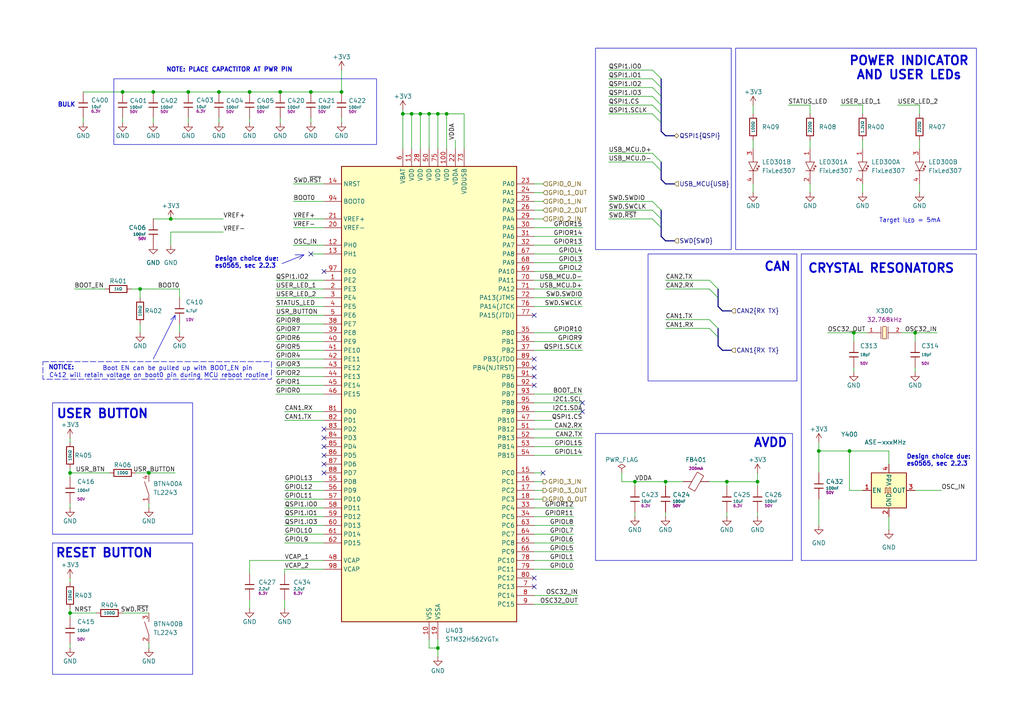
<source format=kicad_sch>
(kicad_sch (version 20250114) (generator "eeschema") (generator_version "9.0")
  (paper "A4")
  (title_block (title "ModuCard GPIO module") (date "2025-04-19") (rev "1.0.0") (company "KoNaR") (comment 1 "Base project authors: Dominik Pluta, Artem Horiunov") (comment 2 "Project author: Dominik Pluta"))
  (bus_alias "QSPI" (members "IO0" "IO1" "IO2" "IO3" "CS" "SCLK"))
  (bus_alias "SWD" (members "SWCLK" "SWDIO" "~{RST}"))
  (rectangle (start 187.96 73.66) (end 231.14 110.49))
  (rectangle (start 33.02 22.86) (end 109.22 41.91))
  (rectangle (start 213.36 13.97) (end 283.21 72.39))
  (rectangle (start 15.24 116.84) (end 55.88 154.94))
  (rectangle (start 12.446 104.902) (end 78.74 109.982) (stroke (width 0) (type dash)))
  (rectangle (start 172.72 13.97) (end 212.09 72.39))
  (rectangle (start 15.24 157.48) (end 55.88 195.58))
  (rectangle (start 172.72 125.73) (end 229.87 162.56))
  (rectangle (start 232.41 73.66) (end 283.21 162.56))
  (text "                Boot EN can be pulled up with BOOT_EN pin\nC412 will retain voltage on boot0 pin during MCU reboot routine" (at 14.224 107.95 0) (effects (font (size 1.27 1.27)) (justify left)))
  (text "RESET BUTTON" (at 16.002 160.528 0) (effects (font (size 2.54 2.54) (thickness 0.508) (bold yes)) (justify left)))
  (text "CAN\n" (at 221.488 77.47 0) (effects (font (size 2.54 2.54) (thickness 0.508) (bold yes)) (justify left)))
  (text "CRYSTAL RESONATORS" (at 234.188 77.978 0) (effects (font (size 2.54 2.54) (thickness 0.508) (bold yes)) (justify left)))
  (text "POWER INDICATOR\nAND USER LEDs" (at 263.652 19.812 0) (effects (font (size 2.54 2.54) (thickness 0.508) (bold yes))))
  (text "NOTICE:" (at 17.78 106.68 0) (effects (font (size 1.27 1.27) (thickness 0.254) (bold yes))))
  (text "Target I_{LED} = 5mA" (at 263.906 64.008 0) (effects (font (size 1.27 1.27))))
  (text "Design choice due:\nes0565, sec 2.2.3" (at 62.23 76.2 0) (effects (font (size 1.27 1.27) (thickness 0.254) (bold yes)) (justify left)))
  (text "AVDD" (at 218.44 128.524 0) (effects (font (size 2.54 2.54) (thickness 0.508) (bold yes)) (justify left)))
  (text "Design choice due:\nes0565, sec 2.2.3" (at 262.89 133.604 0) (effects (font (size 1.27 1.27) (thickness 0.254) (bold yes)) (justify left)))
  (text "BULK\n" (at 19.304 30.48 0) (effects (font (size 1.27 1.27) (thickness 0.254) (bold yes))))
  (text "USER BUTTON" (at 16.256 120.142 0) (effects (font (size 2.54 2.54) (thickness 0.508) (bold yes)) (justify left)))
  (text "NOTE: PLACE CAPACTITOR AT PWR PIN\n\n" (at 66.548 21.336 0) (effects (font (size 1.27 1.27) (thickness 0.254) (bold yes))))
  (junction (at 99.06 26.67))
  (junction (at 246.38 130.81))
  (junction (at 119.38 33.02))
  (junction (at 219.71 139.7))
  (junction (at 20.32 137.16))
  (junction (at 40.64 83.82))
  (junction (at 44.45 26.67))
  (junction (at 35.56 26.67))
  (junction (at 265.43 96.52))
  (junction (at 184.15 139.7))
  (junction (at 116.84 33.02))
  (junction (at 121.92 33.02))
  (junction (at 127 187.96))
  (junction (at 54.61 26.67))
  (junction (at 49.53 63.5))
  (junction (at 210.82 139.7))
  (junction (at 20.32 177.8))
  (junction (at 90.17 26.67))
  (junction (at 81.28 26.67))
  (junction (at 237.49 130.81))
  (junction (at 193.04 139.7))
  (junction (at 247.65 96.52))
  (junction (at 72.39 26.67))
  (junction (at 63.5 26.67))
  (junction (at 129.54 33.02))
  (junction (at 124.46 33.02))
  (junction (at 43.18 137.16))
  (junction (at 127 33.02))
  (no_connect (at 154.94 170.18))
  (no_connect (at 93.98 137.16))
  (no_connect (at 154.94 111.76))
  (no_connect (at 154.94 104.14))
  (no_connect (at 168.91 116.84))
  (no_connect (at 93.98 127))
  (no_connect (at 93.98 132.08))
  (no_connect (at 93.98 124.46))
  (no_connect (at 154.94 91.44))
  (no_connect (at 93.98 129.54))
  (no_connect (at 168.91 119.38))
  (no_connect (at 154.94 106.68))
  (no_connect (at 90.17 73.66))
  (no_connect (at 154.94 167.64))
  (no_connect (at 93.98 78.74))
  (no_connect (at 93.98 134.62))
  (no_connect (at 157.48 137.16))
  (no_connect (at 154.94 109.22))
  (bus_entry (at 316.23 71.12) (size 2.54 2.54))
  (bus_entry (at 316.23 93.98) (size 2.54 2.54))
  (bus_entry (at 191.77 33.02) (size -2.54 -2.54))
  (bus_entry (at 316.23 68.58) (size 2.54 2.54))
  (bus_entry (at 316.23 38.1) (size 2.54 2.54))
  (bus_entry (at 316.23 101.6) (size 2.54 2.54))
  (bus_entry (at 316.23 81.28) (size 2.54 2.54))
  (bus_entry (at 316.23 35.56) (size 2.54 2.54))
  (bus_entry (at 191.77 22.86) (size -2.54 -2.54))
  (bus_entry (at 316.23 99.06) (size 2.54 2.54))
  (bus_entry (at 316.23 25.4) (size 2.54 2.54))
  (bus_entry (at 316.23 22.86) (size 2.54 2.54))
  (bus_entry (at 316.23 96.52) (size 2.54 2.54))
  (bus_entry (at 316.23 33.02) (size 2.54 2.54))
  (bus_entry (at 316.23 50.8) (size 2.54 2.54))
  (bus_entry (at 316.23 15.24) (size 2.54 2.54))
  (bus_entry (at 316.23 86.36) (size 2.54 2.54))
  (bus_entry (at 189.23 60.96) (size 2.54 2.54))
  (bus_entry (at 316.23 20.32) (size 2.54 2.54))
  (bus_entry (at 316.23 83.82) (size 2.54 2.54))
  (bus_entry (at 316.23 91.44) (size 2.54 2.54))
  (bus_entry (at 316.23 63.5) (size 2.54 2.54))
  (bus_entry (at 316.23 43.18) (size 2.54 2.54))
  (bus_entry (at 316.23 48.26) (size 2.54 2.54))
  (bus_entry (at 316.23 53.34) (size 2.54 2.54))
  (bus_entry (at 205.74 95.25) (size 2.54 2.54))
  (bus_entry (at 191.77 35.56) (size -2.54 -2.54))
  (bus_entry (at 205.74 81.28) (size 2.54 2.54))
  (bus_entry (at 316.23 30.48) (size 2.54 2.54))
  (bus_entry (at 316.23 40.64) (size 2.54 2.54))
  (bus_entry (at 189.23 63.5) (size 2.54 2.54))
  (bus_entry (at 316.23 27.94) (size 2.54 2.54))
  (bus_entry (at 191.77 27.94) (size -2.54 -2.54))
  (bus_entry (at 316.23 76.2) (size 2.54 2.54))
  (bus_entry (at 191.77 49.53) (size -2.54 -2.54))
  (bus_entry (at 316.23 78.74) (size 2.54 2.54))
  (bus_entry (at 205.74 83.82) (size 2.54 2.54))
  (bus_entry (at 316.23 45.72) (size 2.54 2.54))
  (bus_entry (at 191.77 30.48) (size -2.54 -2.54))
  (bus_entry (at 316.23 17.78) (size 2.54 2.54))
  (bus_entry (at 205.74 92.71) (size 2.54 2.54))
  (bus_entry (at 316.23 73.66) (size 2.54 2.54))
  (bus_entry (at 191.77 46.99) (size -2.54 -2.54))
  (bus_entry (at 191.77 25.4) (size -2.54 -2.54))
  (bus_entry (at 189.23 58.42) (size 2.54 2.54))
  (bus_entry (at 316.23 66.04) (size 2.54 2.54))
  (bus_entry (at 316.23 88.9) (size 2.54 2.54))
  (wire (pts (xy 116.84 43.18) (xy 116.84 33.02)))
  (bus (pts (xy 191.77 27.94) (xy 191.77 30.48)))
  (wire (pts (xy 166.37 154.94) (xy 154.94 154.94)))
  (bus (pts (xy 318.77 73.66) (xy 318.77 76.2)))
  (wire (pts (xy 132.08 40.64) (xy 132.08 43.18)))
  (wire (pts (xy 154.94 99.06) (xy 168.91 99.06)))
  (bus (pts (xy 318.77 99.06) (xy 318.77 101.6)))
  (wire (pts (xy 316.23 101.6) (xy 304.8 101.6)))
  (wire (pts (xy 44.45 26.67) (xy 54.61 26.67)))
  (wire (pts (xy 316.23 99.06) (xy 304.8 99.06)))
  (wire (pts (xy 260.35 30.48) (xy 266.7 30.48)))
  (wire (pts (xy 265.43 107.95) (xy 265.43 106.68)))
  (wire (pts (xy 189.23 20.32) (xy 176.53 20.32)))
  (wire (pts (xy 43.18 137.16) (xy 50.8 137.16)))
  (bus (pts (xy 318.77 50.8) (xy 318.77 53.34)))
  (wire (pts (xy 93.98 109.22) (xy 80.01 109.22)))
  (wire (pts (xy 154.94 55.88) (xy 157.48 55.88)))
  (wire (pts (xy 250.19 40.64) (xy 250.19 43.18)))
  (bus (pts (xy 193.04 69.85) (xy 195.58 69.85)))
  (wire (pts (xy 316.23 71.12) (xy 304.8 71.12)))
  (wire (pts (xy 246.38 130.81) (xy 257.81 130.81)))
  (wire (pts (xy 154.94 116.84) (xy 168.91 116.84)))
  (bus (pts (xy 191.77 66.04) (xy 191.77 68.58)))
  (wire (pts (xy 304.8 30.48) (xy 316.23 30.48)))
  (bus (pts (xy 318.77 71.12) (xy 318.77 73.66)))
  (wire (pts (xy 316.23 73.66) (xy 304.8 73.66)))
  (wire (pts (xy 82.55 144.78) (xy 93.98 144.78)))
  (wire (pts (xy 304.8 33.02) (xy 316.23 33.02)))
  (bus (pts (xy 320.04 59.69) (xy 318.77 58.42)))
  (bus (pts (xy 318.77 27.94) (xy 318.77 30.48)))
  (wire (pts (xy 154.94 81.28) (xy 168.91 81.28)))
  (wire (pts (xy 52.07 83.82) (xy 52.07 86.36)))
  (wire (pts (xy 20.32 137.16) (xy 20.32 138.43)))
  (wire (pts (xy 39.37 137.16) (xy 43.18 137.16)))
  (wire (pts (xy 218.44 33.02) (xy 218.44 30.48)))
  (bus (pts (xy 320.04 107.95) (xy 322.58 107.95)))
  (wire (pts (xy 20.32 135.89) (xy 20.32 137.16)))
  (wire (pts (xy 20.32 176.53) (xy 20.32 177.8)))
  (wire (pts (xy 49.53 67.31) (xy 49.53 71.12)))
  (wire (pts (xy 90.17 34.29) (xy 90.17 35.56)))
  (wire (pts (xy 72.39 173.99) (xy 72.39 176.53)))
  (wire (pts (xy 52.07 93.98) (xy 52.07 96.52)))
  (wire (pts (xy 93.98 88.9) (xy 80.01 88.9)))
  (wire (pts (xy 80.01 81.28) (xy 93.98 81.28)))
  (bus (pts (xy 193.04 39.37) (xy 195.58 39.37)))
  (wire (pts (xy 247.65 96.52) (xy 247.65 99.06)))
  (wire (pts (xy 193.04 92.71) (xy 205.74 92.71)))
  (wire (pts (xy 316.23 20.32) (xy 304.8 20.32)))
  (wire (pts (xy 40.64 83.82) (xy 52.07 83.82)))
  (wire (pts (xy 20.32 186.69) (xy 20.32 187.96)))
  (wire (pts (xy 154.94 101.6) (xy 168.91 101.6)))
  (wire (pts (xy 168.91 73.66) (xy 154.94 73.66)))
  (wire (pts (xy 82.55 154.94) (xy 93.98 154.94)))
  (wire (pts (xy 90.17 73.66) (xy 93.98 73.66)))
  (wire (pts (xy 166.37 160.02) (xy 154.94 160.02)))
  (wire (pts (xy 121.92 33.02) (xy 124.46 33.02)))
  (wire (pts (xy 160.02 121.92) (xy 154.94 121.92)))
  (wire (pts (xy 127 33.02) (xy 127 43.18)))
  (wire (pts (xy 154.94 78.74) (xy 168.91 78.74)))
  (bus (pts (xy 320.04 107.95) (xy 318.77 106.68)))
  (wire (pts (xy 218.44 53.34) (xy 218.44 55.88)))
  (bus (pts (xy 318.77 66.04) (xy 318.77 68.58)))
  (wire (pts (xy 205.74 139.7) (xy 210.82 139.7)))
  (wire (pts (xy 82.55 119.38) (xy 93.98 119.38)))
  (wire (pts (xy 189.23 27.94) (xy 176.53 27.94)))
  (wire (pts (xy 20.32 177.8) (xy 27.94 177.8)))
  (bus (pts (xy 209.55 90.17) (xy 208.28 88.9)))
  (wire (pts (xy 154.94 96.52) (xy 168.91 96.52)))
  (wire (pts (xy 93.98 101.6) (xy 80.01 101.6)))
  (wire (pts (xy 154.94 147.32) (xy 166.37 147.32)))
  (bus (pts (xy 318.77 38.1) (xy 318.77 40.64)))
  (wire (pts (xy 166.37 152.4) (xy 154.94 152.4)))
  (wire (pts (xy 93.98 111.76) (xy 80.01 111.76)))
  (wire (pts (xy 134.62 33.02) (xy 134.62 43.18)))
  (wire (pts (xy 193.04 140.97) (xy 193.04 139.7)))
  (bus (pts (xy 318.77 43.18) (xy 318.77 45.72)))
  (wire (pts (xy 265.43 142.24) (xy 273.05 142.24)))
  (wire (pts (xy 189.23 30.48) (xy 176.53 30.48)))
  (bus (pts (xy 191.77 63.5) (xy 191.77 66.04)))
  (bus (pts (xy 318.77 30.48) (xy 318.77 33.02)))
  (wire (pts (xy 38.1 83.82) (xy 40.64 83.82)))
  (wire (pts (xy 316.23 91.44) (xy 304.8 91.44)))
  (wire (pts (xy 189.23 46.99) (xy 176.53 46.99)))
  (wire (pts (xy 20.32 127) (xy 20.32 128.27)))
  (wire (pts (xy 81.28 26.67) (xy 90.17 26.67)))
  (bus (pts (xy 191.77 25.4) (xy 191.77 27.94)))
  (wire (pts (xy 93.98 106.68) (xy 80.01 106.68)))
  (wire (pts (xy 24.13 34.29) (xy 24.13 35.56)))
  (bus (pts (xy 318.77 22.86) (xy 318.77 25.4)))
  (wire (pts (xy 80.01 114.3) (xy 93.98 114.3)))
  (wire (pts (xy 265.43 96.52) (xy 271.78 96.52)))
  (bus (pts (xy 191.77 22.86) (xy 191.77 25.4)))
  (bus (pts (xy 318.77 81.28) (xy 318.77 83.82)))
  (wire (pts (xy 154.94 139.7) (xy 157.48 139.7)))
  (wire (pts (xy 85.09 71.12) (xy 93.98 71.12)))
  (wire (pts (xy 243.84 30.48) (xy 250.19 30.48)))
  (wire (pts (xy 43.18 147.32) (xy 43.18 146.05)))
  (wire (pts (xy 63.5 34.29) (xy 63.5 35.56)))
  (wire (pts (xy 154.94 144.78) (xy 157.48 144.78)))
  (wire (pts (xy 234.95 53.34) (xy 234.95 55.88)))
  (wire (pts (xy 304.8 68.58) (xy 316.23 68.58)))
  (wire (pts (xy 54.61 26.67) (xy 63.5 26.67)))
  (bus (pts (xy 318.77 68.58) (xy 318.77 71.12)))
  (wire (pts (xy 82.55 165.1) (xy 93.98 165.1)))
  (wire (pts (xy 82.55 139.7) (xy 93.98 139.7)))
  (bus (pts (xy 318.77 76.2) (xy 318.77 78.74)))
  (wire (pts (xy 85.09 53.34) (xy 93.98 53.34)))
  (wire (pts (xy 234.95 33.02) (xy 234.95 30.48)))
  (wire (pts (xy 82.55 152.4) (xy 93.98 152.4)))
  (wire (pts (xy 154.94 86.36) (xy 168.91 86.36)))
  (wire (pts (xy 304.8 50.8) (xy 316.23 50.8)))
  (wire (pts (xy 261.62 96.52) (xy 265.43 96.52)))
  (wire (pts (xy 166.37 157.48) (xy 154.94 157.48)))
  (wire (pts (xy 316.23 88.9) (xy 304.8 88.9)))
  (wire (pts (xy 240.03 96.52) (xy 247.65 96.52)))
  (bus (pts (xy 209.55 101.6) (xy 208.28 100.33)))
  (wire (pts (xy 237.49 130.81) (xy 246.38 130.81)))
  (bus (pts (xy 191.77 33.02) (xy 191.77 35.56)))
  (bus (pts (xy 318.77 53.34) (xy 318.77 55.88)))
  (wire (pts (xy 316.23 93.98) (xy 304.8 93.98)))
  (wire (pts (xy 35.56 26.67) (xy 44.45 26.67)))
  (wire (pts (xy 154.94 68.58) (xy 168.91 68.58)))
  (wire (pts (xy 316.23 96.52) (xy 304.8 96.52)))
  (wire (pts (xy 154.94 127) (xy 168.91 127)))
  (wire (pts (xy 54.61 34.29) (xy 54.61 35.56)))
  (wire (pts (xy 35.56 34.29) (xy 35.56 35.56)))
  (wire (pts (xy 316.23 15.24) (xy 304.8 15.24)))
  (wire (pts (xy 228.6 30.48) (xy 234.95 30.48)))
  (wire (pts (xy 167.64 172.72) (xy 154.94 172.72)))
  (wire (pts (xy 63.5 26.67) (xy 72.39 26.67)))
  (wire (pts (xy 257.81 149.86) (xy 257.81 153.67)))
  (wire (pts (xy 250.19 53.34) (xy 250.19 55.88)))
  (wire (pts (xy 176.53 60.96) (xy 189.23 60.96)))
  (wire (pts (xy 193.04 139.7) (xy 198.12 139.7)))
  (wire (pts (xy 154.94 71.12) (xy 168.91 71.12)))
  (wire (pts (xy 154.94 137.16) (xy 157.48 137.16)))
  (bus (pts (xy 209.55 101.6) (xy 212.09 101.6)))
  (bus (pts (xy 191.77 30.48) (xy 191.77 33.02)))
  (wire (pts (xy 304.8 53.34) (xy 316.23 53.34)))
  (wire (pts (xy 316.23 78.74) (xy 304.8 78.74)))
  (wire (pts (xy 237.49 137.16) (xy 237.49 130.81)))
  (wire (pts (xy 82.55 173.99) (xy 82.55 176.53)))
  (wire (pts (xy 266.7 33.02) (xy 266.7 30.48)))
  (wire (pts (xy 99.06 34.29) (xy 99.06 35.56)))
  (wire (pts (xy 316.23 81.28) (xy 304.8 81.28)))
  (wire (pts (xy 20.32 137.16) (xy 31.75 137.16)))
  (wire (pts (xy 44.45 63.5) (xy 49.53 63.5)))
  (wire (pts (xy 154.94 63.5) (xy 157.48 63.5)))
  (bus (pts (xy 318.77 83.82) (xy 318.77 86.36)))
  (wire (pts (xy 168.91 76.2) (xy 154.94 76.2)))
  (wire (pts (xy 82.55 157.48) (xy 93.98 157.48)))
  (bus (pts (xy 193.04 69.85) (xy 191.77 68.58)))
  (bus (pts (xy 208.28 83.82) (xy 208.28 86.36)))
  (wire (pts (xy 119.38 33.02) (xy 119.38 43.18)))
  (wire (pts (xy 219.71 148.59) (xy 219.71 149.86)))
  (wire (pts (xy 154.94 53.34) (xy 157.48 53.34)))
  (wire (pts (xy 154.94 66.04) (xy 168.91 66.04)))
  (wire (pts (xy 93.98 104.14) (xy 80.01 104.14)))
  (wire (pts (xy 72.39 34.29) (xy 72.39 35.56)))
  (wire (pts (xy 93.98 93.98) (xy 80.01 93.98)))
  (bus (pts (xy 318.77 40.64) (xy 318.77 43.18)))
  (wire (pts (xy 176.53 63.5) (xy 189.23 63.5)))
  (polyline (pts (xy 50.8 91.44) (xy 50.8 92.71)))
  (polyline (pts (xy 49.53 92.71) (xy 50.8 91.44)))
  (wire (pts (xy 82.55 121.92) (xy 93.98 121.92)))
  (bus (pts (xy 191.77 63.5) (xy 191.77 60.96)))
  (bus (pts (xy 191.77 49.53) (xy 191.77 52.07)))
  (wire (pts (xy 266.7 53.34) (xy 266.7 55.88)))
  (wire (pts (xy 99.06 20.32) (xy 99.06 26.67)))
  (wire (pts (xy 250.19 142.24) (xy 246.38 142.24)))
  (wire (pts (xy 304.8 27.94) (xy 316.23 27.94)))
  (wire (pts (xy 85.09 58.42) (xy 93.98 58.42)))
  (bus (pts (xy 318.77 25.4) (xy 318.77 27.94)))
  (polyline (pts (xy 85.598 73.914) (xy 88.138 73.914)))
  (bus (pts (xy 193.04 53.34) (xy 195.58 53.34)))
  (bus (pts (xy 318.77 88.9) (xy 318.77 91.44)))
  (wire (pts (xy 193.04 81.28) (xy 205.74 81.28)))
  (wire (pts (xy 168.91 114.3) (xy 154.94 114.3)))
  (bus (pts (xy 208.28 97.79) (xy 208.28 95.25)))
  (bus (pts (xy 208.28 97.79) (xy 208.28 100.33)))
  (wire (pts (xy 124.46 185.42) (xy 124.46 187.96)))
  (wire (pts (xy 180.34 137.16) (xy 180.34 139.7)))
  (bus (pts (xy 318.77 17.78) (xy 318.77 20.32)))
  (wire (pts (xy 116.84 33.02) (xy 119.38 33.02)))
  (wire (pts (xy 219.71 137.16) (xy 219.71 139.7)))
  (bus (pts (xy 318.77 45.72) (xy 318.77 48.26)))
  (wire (pts (xy 43.18 186.69) (xy 43.18 187.96)))
  (bus (pts (xy 318.77 48.26) (xy 318.77 50.8)))
  (wire (pts (xy 72.39 162.56) (xy 72.39 166.37)))
  (wire (pts (xy 180.34 139.7) (xy 184.15 139.7)))
  (bus (pts (xy 318.77 78.74) (xy 318.77 81.28)))
  (wire (pts (xy 184.15 148.59) (xy 184.15 149.86)))
  (wire (pts (xy 316.23 86.36) (xy 304.8 86.36)))
  (wire (pts (xy 85.09 66.04) (xy 93.98 66.04)))
  (wire (pts (xy 257.81 130.81) (xy 257.81 134.62)))
  (wire (pts (xy 44.45 34.29) (xy 44.45 35.56)))
  (wire (pts (xy 80.01 83.82) (xy 93.98 83.82)))
  (wire (pts (xy 189.23 22.86) (xy 176.53 22.86)))
  (bus (pts (xy 208.28 86.36) (xy 208.28 88.9)))
  (wire (pts (xy 93.98 99.06) (xy 80.01 99.06)))
  (wire (pts (xy 168.91 132.08) (xy 154.94 132.08)))
  (bus (pts (xy 191.77 35.56) (xy 191.77 38.1)))
  (bus (pts (xy 318.77 91.44) (xy 318.77 93.98)))
  (wire (pts (xy 35.56 177.8) (xy 43.18 177.8)))
  (wire (pts (xy 127 187.96) (xy 127 190.5)))
  (wire (pts (xy 93.98 96.52) (xy 80.01 96.52)))
  (wire (pts (xy 90.17 26.67) (xy 99.06 26.67)))
  (wire (pts (xy 304.8 66.04) (xy 316.23 66.04)))
  (wire (pts (xy 316.23 83.82) (xy 304.8 83.82)))
  (wire (pts (xy 193.04 148.59) (xy 193.04 149.86)))
  (bus (pts (xy 318.77 86.36) (xy 318.77 88.9)))
  (wire (pts (xy 127 33.02) (xy 129.54 33.02)))
  (wire (pts (xy 72.39 162.56) (xy 93.98 162.56)))
  (wire (pts (xy 266.7 40.64) (xy 266.7 43.18)))
  (wire (pts (xy 154.94 83.82) (xy 168.91 83.82)))
  (wire (pts (xy 154.94 165.1) (xy 166.37 165.1)))
  (wire (pts (xy 40.64 96.52) (xy 40.64 93.98)))
  (wire (pts (xy 154.94 129.54) (xy 168.91 129.54)))
  (wire (pts (xy 154.94 88.9) (xy 168.91 88.9)))
  (bus (pts (xy 193.04 39.37) (xy 191.77 38.1)))
  (wire (pts (xy 304.8 45.72) (xy 316.23 45.72)))
  (wire (pts (xy 304.8 48.26) (xy 316.23 48.26)))
  (wire (pts (xy 20.32 168.91) (xy 20.32 167.64)))
  (polyline (pts (xy 44.45 104.14) (xy 50.8 91.44)))
  (wire (pts (xy 189.23 25.4) (xy 176.53 25.4)))
  (wire (pts (xy 176.53 58.42) (xy 189.23 58.42)))
  (bus (pts (xy 318.77 55.88) (xy 318.77 58.42)))
  (wire (pts (xy 93.98 86.36) (xy 80.01 86.36)))
  (wire (pts (xy 82.55 149.86) (xy 93.98 149.86)))
  (wire (pts (xy 24.13 26.67) (xy 35.56 26.67)))
  (bus (pts (xy 320.04 59.69) (xy 322.58 59.69)))
  (wire (pts (xy 124.46 33.02) (xy 124.46 43.18)))
  (wire (pts (xy 154.94 124.46) (xy 168.91 124.46)))
  (wire (pts (xy 72.39 26.67) (xy 81.28 26.67)))
  (wire (pts (xy 247.65 96.52) (xy 251.46 96.52)))
  (wire (pts (xy 20.32 177.8) (xy 20.32 179.07)))
  (wire (pts (xy 304.8 35.56) (xy 316.23 35.56)))
  (wire (pts (xy 20.32 146.05) (xy 20.32 147.32)))
  (wire (pts (xy 184.15 139.7) (xy 193.04 139.7)))
  (wire (pts (xy 184.15 140.97) (xy 184.15 139.7)))
  (wire (pts (xy 82.55 166.37) (xy 82.55 165.1)))
  (wire (pts (xy 265.43 96.52) (xy 265.43 99.06)))
  (wire (pts (xy 210.82 148.59) (xy 210.82 149.86)))
  (wire (pts (xy 154.94 60.96) (xy 157.48 60.96)))
  (wire (pts (xy 82.55 147.32) (xy 93.98 147.32)))
  (wire (pts (xy 219.71 140.97) (xy 219.71 139.7)))
  (wire (pts (xy 154.94 119.38) (xy 168.91 119.38)))
  (wire (pts (xy 304.8 43.18) (xy 316.23 43.18)))
  (wire (pts (xy 82.55 142.24) (xy 93.98 142.24)))
  (wire (pts (xy 116.84 31.75) (xy 116.84 33.02)))
  (wire (pts (xy 304.8 63.5) (xy 316.23 63.5)))
  (wire (pts (xy 129.54 33.02) (xy 129.54 43.18)))
  (wire (pts (xy 193.04 83.82) (xy 205.74 83.82)))
  (wire (pts (xy 246.38 142.24) (xy 246.38 130.81)))
  (wire (pts (xy 49.53 67.31) (xy 64.77 67.31)))
  (wire (pts (xy 167.64 175.26) (xy 154.94 175.26)))
  (wire (pts (xy 234.95 40.64) (xy 234.95 43.18)))
  (wire (pts (xy 121.92 33.02) (xy 121.92 43.18)))
  (bus (pts (xy 318.77 101.6) (xy 318.77 104.14)))
  (bus (pts (xy 318.77 93.98) (xy 318.77 96.52)))
  (wire (pts (xy 154.94 58.42) (xy 157.48 58.42)))
  (wire (pts (xy 193.04 95.25) (xy 205.74 95.25)))
  (polyline (pts (xy 81.788 76.454) (xy 88.138 73.914)))
  (wire (pts (xy 189.23 44.45) (xy 176.53 44.45)))
  (wire (pts (xy 154.94 149.86) (xy 166.37 149.86)))
  (wire (pts (xy 129.54 33.02) (xy 134.62 33.02)))
  (bus (pts (xy 318.77 104.14) (xy 318.77 106.68)))
  (wire (pts (xy 316.23 76.2) (xy 304.8 76.2)))
  (bus (pts (xy 191.77 46.99) (xy 191.77 49.53)))
  (wire (pts (xy 237.49 128.27) (xy 237.49 130.81)))
  (wire (pts (xy 154.94 142.24) (xy 157.48 142.24)))
  (wire (pts (xy 304.8 38.1) (xy 316.23 38.1)))
  (wire (pts (xy 124.46 33.02) (xy 127 33.02)))
  (bus (pts (xy 318.77 35.56) (xy 318.77 38.1)))
  (wire (pts (xy 80.01 91.44) (xy 93.98 91.44)))
  (wire (pts (xy 304.8 40.64) (xy 316.23 40.64)))
  (bus (pts (xy 318.77 20.32) (xy 318.77 22.86)))
  (wire (pts (xy 124.46 187.96) (xy 127 187.96)))
  (bus (pts (xy 318.77 33.02) (xy 318.77 35.56)))
  (bus (pts (xy 318.77 96.52) (xy 318.77 99.06)))
  (wire (pts (xy 189.23 33.02) (xy 176.53 33.02)))
  (wire (pts (xy 81.28 34.29) (xy 81.28 35.56)))
  (wire (pts (xy 21.59 83.82) (xy 30.48 83.82)))
  (wire (pts (xy 250.19 30.48) (xy 250.19 33.02)))
  (wire (pts (xy 316.23 17.78) (xy 304.8 17.78)))
  (wire (pts (xy 304.8 22.86) (xy 316.23 22.86)))
  (wire (pts (xy 127 187.96) (xy 127 185.42)))
  (wire (pts (xy 119.38 33.02) (xy 121.92 33.02)))
  (wire (pts (xy 304.8 25.4) (xy 316.23 25.4)))
  (wire (pts (xy 237.49 144.78) (xy 237.49 152.4)))
  (wire (pts (xy 247.65 107.95) (xy 247.65 106.68)))
  (bus (pts (xy 209.55 90.17) (xy 212.09 90.17)))
  (wire (pts (xy 218.44 40.64) (xy 218.44 43.18)))
  (polyline (pts (xy 86.868 75.184) (xy 88.138 73.914)))
  (wire (pts (xy 40.64 83.82) (xy 40.64 86.36)))
  (wire (pts (xy 85.09 63.5) (xy 93.98 63.5)))
  (wire (pts (xy 210.82 139.7) (xy 219.71 139.7)))
  (wire (pts (xy 154.94 162.56) (xy 166.37 162.56)))
  (wire (pts (xy 49.53 63.5) (xy 64.77 63.5)))
  (bus (pts (xy 193.04 53.34) (xy 191.77 52.07)))
  (wire (pts (xy 210.82 140.97) (xy 210.82 139.7)))
  (label "GPIOL2" (at 168.91 78.74 180))
  (label "GPIOL7" (at 304.8 33.02 0))
  (label "CAN2.RX" (at 168.91 124.46 180))
  (label "GPIOR4" (at 80.01 104.14 0))
  (label "OSC32_IN" (at 271.78 96.52 180))
  (label "VREF-" (at 64.77 67.31 0))
  (label "GPIOR12" (at 166.37 147.32 180))
  (label "QSPI1.IO0" (at 82.55 147.32 0))
  (label "GPIOL6" (at 304.8 30.48 0))
  (label "STATUS_LED" (at 228.6 30.48 0))
  (label "CAN1.RX" (at 82.55 119.38 0))
  (label "CAN1.TX" (at 82.55 121.92 0))
  (label "GPIOR14" (at 304.8 99.06 0))
  (label "OSC32_OUT" (at 240.03 96.52 0))
  (label "USR_BTN" (at 30.48 137.16 180))
  (label "USER_LED_1" (at 243.84 30.48 0))
  (label "VREF-" (at 85.09 66.04 0))
  (label "GPIOL12" (at 82.55 142.24 0))
  (label "USER_LED_1" (at 80.01 83.82 0))
  (label "QSPI1.IO2" (at 176.53 25.4 0))
  (label "OSC32_OUT" (at 167.64 175.26 180))
  (label "GPIOR14" (at 168.91 68.58 180))
  (label "GPIOR10" (at 168.91 96.52 180))
  (label "GPIOR11" (at 304.8 91.44 0))
  (label "BOOT_EN" (at 168.91 114.3 180))
  (label "GPIOR6" (at 304.8 78.74 0))
  (label "USB_MCU.D-" (at 168.91 81.28 180))
  (label "SWD.~{RST}" (at 43.18 177.8 180))
  (label "GPIOL5" (at 166.37 160.02 180))
  (label "GPIOR7" (at 80.01 96.52 0))
  (label "GPIOL14" (at 168.91 132.08 180))
  (label "NRST" (at 21.59 177.8 0))
  (label "SWD.SWDIO" (at 176.53 58.42 0))
  (label "USB_MCU.D-" (at 176.53 46.99 0))
  (label "GPIOL8" (at 166.37 152.4 180))
  (label "OSC32_IN" (at 167.64 172.72 180))
  (label "GPIOR2" (at 80.01 109.22 0))
  (label "QSPI1.IO3" (at 176.53 27.94 0))
  (label "QSPI1.IO1" (at 176.53 22.86 0))
  (label "GPIOL3" (at 304.8 22.86 0))
  (label "GPIOL3" (at 168.91 76.2 180))
  (label "QSPI1.SCLK" (at 176.53 33.02 0))
  (label "GPIOR10" (at 304.8 88.9 0))
  (label "GPIOL9" (at 304.8 38.1 0))
  (label "GPIOR8" (at 80.01 93.98 0))
  (label "SWD.SWCLK" (at 176.53 60.96 0))
  (label "GPIOR6" (at 80.01 99.06 0))
  (label "SWD.~{RST}" (at 176.53 63.5 0))
  (label "I2C1.SDA" (at 168.91 119.38 180))
  (label "GPIOL0" (at 304.8 15.24 0))
  (label "GPIOR9" (at 168.91 99.06 180))
  (label "GPIOL0" (at 166.37 165.1 180))
  (label "CAN1.RX" (at 193.04 95.25 0))
  (label "CAN2.RX" (at 193.04 83.82 0))
  (label "QSPI1.CS" (at 176.53 30.48 0))
  (label "QSPI1.IO1" (at 82.55 149.86 0))
  (label "QSPI1.IO3" (at 82.55 152.4 0))
  (label "GPIOR1" (at 304.8 66.04 0))
  (label "GPIOL7" (at 166.37 154.94 180))
  (label "VDDA" (at 184.15 139.7 0))
  (label "QSPI1.SCLK" (at 168.91 101.6 180))
  (label "GPIOL13" (at 304.8 48.26 0))
  (label "GPIOR0" (at 80.01 114.3 0))
  (label "GPIOR0" (at 304.8 63.5 0) (effects (font (italic yes))))
  (label "GPIOL1" (at 304.8 17.78 0))
  (label "I2C1.SCL" (at 168.91 116.84 180))
  (label "OSC_IN" (at 85.09 71.12 0))
  (label "GPIOR11" (at 166.37 149.86 180))
  (label "GPIOR1" (at 80.01 111.76 0))
  (label "GPIOL5" (at 304.8 27.94 0))
  (label "GPIOR4" (at 304.8 73.66 0))
  (label "GPIOR5" (at 80.01 101.6 0))
  (label "USER_LED_2" (at 260.35 30.48 0))
  (label "SWD.SWDIO" (at 168.91 86.36 180))
  (label "USR_BUTTON" (at 80.01 91.44 0))
  (label "QSPI1.IO0" (at 176.53 20.32 0))
  (label "GPIOL4" (at 168.91 73.66 180))
  (label "GPIOL11" (at 304.8 43.18 0))
  (label "VCAP_2" (at 82.55 165.1 0))
  (label "QSPI1.CS" (at 160.02 121.92 0))
  (label "GPIOR3" (at 304.8 71.12 0))
  (label "QSPI1.IO2" (at 80.01 81.28 0))
  (label "CAN2.TX" (at 193.04 81.28 0))
  (label "CAN2.TX" (at 168.91 127 180))
  (label "USR_BUTTON" (at 50.8 137.16 180))
  (label "USB_MCU.D+" (at 168.91 83.82 180))
  (label "GPIOL1" (at 166.37 162.56 180))
  (label "GPIOL4" (at 304.8 25.4 0))
  (label "GPIOL13" (at 82.55 139.7 0))
  (label "GPIOR13" (at 168.91 71.12 180))
  (label "VDDA" (at 132.08 40.64 90))
  (label "SWD.~{RST}" (at 85.09 53.34 0))
  (label "BOOT0" (at 52.07 83.82 180))
  (label "GPIOR13" (at 304.8 96.52 0))
  (label "GPIOL8" (at 304.8 35.56 0))
  (label "GPIOL12" (at 304.8 45.72 0))
  (label "GPIOR9" (at 304.8 86.36 0))
  (label "GPIOL15" (at 304.8 53.34 0))
  (label "GPIOR12" (at 304.8 93.98 0))
  (label "BOOT_EN" (at 21.59 83.82 0))
  (label "GPIOR15" (at 304.8 101.6 0))
  (label "USB_MCU.D+" (at 176.53 44.45 0))
  (label "GPIOL6" (at 166.37 157.48 180))
  (label "GPIOR2" (at 304.8 68.58 0))
  (label "GPIOR5" (at 304.8 76.2 0))
  (label "GPIOL10" (at 304.8 40.64 0))
  (label "GPIOL9" (at 82.55 157.48 0))
  (label "STATUS_LED" (at 80.01 88.9 0))
  (label "GPIOL11" (at 82.55 144.78 0))
  (label "SWD.SWCLK" (at 168.91 88.9 180))
  (label "GPIOL15" (at 168.91 129.54 180))
  (label "OSC_IN" (at 273.05 142.24 0))
  (label "BOOT0" (at 85.09 58.42 0))
  (label "GPIOR8" (at 304.8 83.82 0))
  (label "GPIOL14" (at 304.8 50.8 0))
  (label "GPIOL10" (at 82.55 154.94 0))
  (label "VCAP_1" (at 82.55 162.56 0))
  (label "USER_LED_2" (at 80.01 86.36 0))
  (label "GPIOR7" (at 304.8 81.28 0))
  (label "GPIOR15" (at 168.91 66.04 180))
  (label "GPIOR3" (at 80.01 106.68 0))
  (label "VREF+" (at 64.77 63.5 0))
  (label "VREF+" (at 85.09 63.5 0))
  (label "GPIOL2" (at 304.8 20.32 0))
  (label "CAN1.TX" (at 193.04 92.71 0))
  (hierarchical_label "GPIO_3_IN" (shape output) (at 157.48 139.7 0))
  (hierarchical_label "GPIO_3_OUT" (shape output) (at 157.48 142.24 0))
  (hierarchical_label "GPIOL[0..15]" (shape input) (at 322.58 59.69 0))
  (hierarchical_label "CAN2{RX TX}" (shape input) (at 212.09 90.17 0))
  (hierarchical_label "GPIO_1_OUT" (shape input) (at 157.48 55.88 0))
  (hierarchical_label "GPIO_2_IN" (shape input) (at 157.48 63.5 0))
  (hierarchical_label "GPIOR[0..15]" (shape input) (at 322.58 107.95 0))
  (hierarchical_label "GPIO_0_IN" (shape input) (at 157.48 53.34 0))
  (hierarchical_label "USB_MCU{USB}" (shape input) (at 195.58 53.34 0))
  (hierarchical_label "GPIO_2_OUT" (shape input) (at 157.48 60.96 0))
  (hierarchical_label "SWD{SWD}" (shape input) (at 195.58 69.85 0))
  (hierarchical_label "QSPI1{QSPI}" (shape bidirectional) (at 195.58 39.37 0))
  (hierarchical_label "GPIO_1_IN" (shape input) (at 157.48 58.42 0))
  (hierarchical_label "GPIO_0_OUT" (shape output) (at 157.48 144.78 0))
  (hierarchical_label "CAN1{RX TX}" (shape input) (at 212.09 101.6 0))
  (symbol (lib_id "PCM_JLCPCB-Capacitors:0402,100nF,(2)") (at 44.45 67.31 0) (mirror y) (unit 1)
    (property "Reference" "C406" (at 42.418 66.04 0) (effects (justify left)))
    (property "Value" "100nF" (at 42.418 67.945 0) (effects (font (size 0.8 0.8)) (justify left)))
    (property "Footprint" "PCM_JLCPCB:C_0402" (effects (hide yes)))
    (property "Datasheet" "https://www.lcsc.com/datasheet/lcsc_datasheet_2304140030_Samsung-Electro-Mechanics-CL05B104KB54PNC_C307331.pdf" (effects (hide yes)))
    (property "Description" "50V 100nF X7R ±10% 0402 Multilayer Ceramic Capacitors MLCC - SMD/SMT ROHS" (effects (hide yes)))
    (property "LCSC" "C307331" (effects (hide yes)))
    (property "Stock" "5436546" (effects (hide yes)))
    (property "Price" "0.008USD" (effects (hide yes)))
    (property "Process" "SMT" (effects (hide yes)))
    (property "Minimum Qty" "20" (effects (hide yes)))
    (property "Attrition Qty" "10" (effects (hide yes)))
    (property "Class" "Basic Component" (effects (hide yes)))
    (property "Category" "Capacitors,Multilayer Ceramic Capacitors MLCC - SMD/SMT" (effects (hide yes)))
    (property "Manufacturer" "Samsung Electro-Mechanics" (effects (hide yes)))
    (property "Part" "CL05B104KB54PNC" (effects (hide yes)))
    (property "Voltage Rated" "50V" (at 42.418 69.215 0) (effects (font (size 0.8 0.8)) (justify left)))
    (property "Tolerance" "±10%" (effects (hide yes)))
    (property "Capacitance" "100nF" (effects (hide yes)))
    (property "Temperature Coefficient" "X7R" (effects (hide yes)))
  )
  (symbol (lib_id "power:PWR_FLAG") (at 180.34 137.16 0) (unit 1)
    (property "Reference" "#FLG907" (effects (hide yes)))
    (property "Value" "PWR_FLAG" (at 180.34 133.35 0))
    (property "Description" "Special symbol for telling ERC where power comes from" (effects (hide yes)))
  )
  (symbol (lib_id "power:GND") (at 20.32 147.32 0) (unit 1)
    (property "Reference" "#PWR425" (effects (hide yes)))
    (property "Value" "GND" (at 20.32 151.13 0))
    (property "Description" "Power symbol creates a global label with name \"GND\" , ground" (effects (hide yes)))
  )
  (symbol (lib_id "power:GND") (at 265.43 107.95 0) (unit 1)
    (property "Reference" "#PWR332" (effects (hide yes)))
    (property "Value" "GND" (at 265.43 111.76 0))
    (property "Description" "Power symbol creates a global label with name \"GND\" , ground" (effects (hide yes)))
  )
  (symbol (lib_id "PCM_JLCPCB-Inductors:Ferrite,0603") (at 201.93 139.7 90) (unit 1)
    (property "Reference" "FB401" (at 201.8792 133.35 90))
    (property "Value" "~" (at 201.8792 134.62 90) (effects (font (size 0.8 0.8))))
    (property "Footprint" "PCM_JLCPCB:FB_0603" (effects (hide yes)))
    (property "Datasheet" "https://www.lcsc.com/datasheet/lcsc_datasheet_2310301640_Sunlord-GZ1608D601TF_C1002.pdf" (effects (hide yes)))
    (property "Description" "450mΩ ±25% 600Ω@100MHz 0603 Ferrite Beads ROHS" (effects (hide yes)))
    (property "LCSC" "C1002" (effects (hide yes)))
    (property "Stock" "565849" (effects (hide yes)))
    (property "Price" "0.010USD" (effects (hide yes)))
    (property "Process" "SMT" (effects (hide yes)))
    (property "Minimum Qty" "20" (effects (hide yes)))
    (property "Attrition Qty" "6" (effects (hide yes)))
    (property "Class" "Basic Component" (effects (hide yes)))
    (property "Category" "Filters/EMI Optimization,Ferrite Beads" (effects (hide yes)))
    (property "Manufacturer" "Sunlord" (effects (hide yes)))
    (property "Part" "GZ1608D601TF" (effects (hide yes)))
    (property "DC Resistance" "450mΩ" (effects (hide yes)))
    (property "Impedance @ Frequency" "600Ω@100MHz" (effects (hide yes)))
    (property "Circuits" "1" (effects (hide yes)))
    (property "Current Rating" "200mA" (at 201.8792 135.89 90) (effects (font (size 0.8 0.8))))
    (property "Tolerance" "±25%" (effects (hide yes)))
  )
  (symbol (lib_id "TL2243:TL2243") (at 43.18 181.61 90) (unit 2)
    (property "Reference" "BTN400" (at 44.45 180.9749 90) (effects (justify right)))
    (property "Value" "TL2243" (at 44.45 183.5149 90) (effects (justify right)))
    (property "Footprint" "TL2243:TL2243" (effects (hide yes)))
    (property "Datasheet" "https://www.lcsc.com/datasheet/lcsc_datasheet_2410121841_E-Switch-TL2243_C273515.pdf" (effects (hide yes)))
    (property "Description" "Double Stack Switch" (effects (hide yes)))
  )
  (symbol (lib_id "PCM_JLCPCB-Capacitors:0402,4.7uF") (at 52.07 90.17 0) (unit 1)
    (property "Reference" "C410" (at 53.848 87.63 0) (effects (justify left)))
    (property "Value" "4.7uF" (at 53.848 90.1701 0) (effects (font (size 0.8 0.8)) (justify left)))
    (property "Footprint" "PCM_JLCPCB:C_0402" (effects (hide yes)))
    (property "Datasheet" "https://www.lcsc.com/datasheet/lcsc_datasheet_2304140030_Samsung-Electro-Mechanics-CL05A475MP5NRNC_C23733.pdf" (effects (hide yes)))
    (property "Description" "10V 4.7uF X5R ±20% 0402 Multilayer Ceramic Capacitors MLCC - SMD/SMT ROHS" (effects (hide yes)))
    (property "LCSC" "C23733" (effects (hide yes)))
    (property "Stock" "1633861" (effects (hide yes)))
    (property "Price" "0.008USD" (effects (hide yes)))
    (property "Process" "SMT" (effects (hide yes)))
    (property "Minimum Qty" "20" (effects (hide yes)))
    (property "Attrition Qty" "10" (effects (hide yes)))
    (property "Class" "Basic Component" (effects (hide yes)))
    (property "Category" "Capacitors,Multilayer Ceramic Capacitors MLCC - SMD/SMT" (effects (hide yes)))
    (property "Manufacturer" "Samsung Electro-Mechanics" (effects (hide yes)))
    (property "Part" "CL05A475MP5NRNC" (effects (hide yes)))
    (property "Voltage Rated" "10V" (at 53.848 92.7101 0) (effects (font (size 0.8 0.8)) (justify left)))
    (property "Tolerance" "±20%" (effects (hide yes)))
    (property "Capacitance" "4.7uF" (effects (hide yes)))
    (property "Temperature Coefficient" "X5R" (effects (hide yes)))
  )
  (symbol (lib_id "power:+5V") (at 237.49 128.27 0) (unit 1)
    (property "Reference" "#PWR452" (effects (hide yes)))
    (property "Value" "+3V3" (at 237.49 124.46 0))
    (property "Description" "Power symbol creates a global label with name \"+5V\"" (effects (hide yes)))
  )
  (symbol (lib_id "power:GND") (at 44.45 71.12 0) (unit 1)
    (property "Reference" "#PWR458" (effects (hide yes)))
    (property "Value" "GND" (at 44.45 76.2 0))
    (property "Description" "Power symbol creates a global label with name \"GND\" , ground" (effects (hide yes)))
  )
  (symbol (lib_id "power:GND") (at 218.44 55.88 0) (unit 1)
    (property "Reference" "#PWR433" (effects (hide yes)))
    (property "Value" "GND" (at 218.44 59.69 0))
    (property "Description" "Power symbol creates a global label with name \"GND\" , ground" (effects (hide yes)))
  )
  (symbol (lib_id "PCM_JLCPCB-Capacitors:0402,100nF,(2)") (at 99.06 30.48 0) (unit 1)
    (property "Reference" "C422" (at 101.092 29.21 0) (effects (justify left)))
    (property "Value" "100nF" (at 101.092 31.115 0) (effects (font (size 0.8 0.8)) (justify left)))
    (property "Footprint" "PCM_JLCPCB:C_0402" (effects (hide yes)))
    (property "Datasheet" "https://www.lcsc.com/datasheet/lcsc_datasheet_2304140030_Samsung-Electro-Mechanics-CL05B104KB54PNC_C307331.pdf" (effects (hide yes)))
    (property "Description" "50V 100nF X7R ±10% 0402 Multilayer Ceramic Capacitors MLCC - SMD/SMT ROHS" (effects (hide yes)))
    (property "LCSC" "C307331" (effects (hide yes)))
    (property "Stock" "5436546" (effects (hide yes)))
    (property "Price" "0.008USD" (effects (hide yes)))
    (property "Process" "SMT" (effects (hide yes)))
    (property "Minimum Qty" "20" (effects (hide yes)))
    (property "Attrition Qty" "10" (effects (hide yes)))
    (property "Class" "Basic Component" (effects (hide yes)))
    (property "Category" "Capacitors,Multilayer Ceramic Capacitors MLCC - SMD/SMT" (effects (hide yes)))
    (property "Manufacturer" "Samsung Electro-Mechanics" (effects (hide yes)))
    (property "Part" "CL05B104KB54PNC" (effects (hide yes)))
    (property "Voltage Rated" "50V" (at 101.092 32.385 0) (effects (font (size 0.8 0.8)) (justify left)))
    (property "Tolerance" "±10%" (effects (hide yes)))
    (property "Capacitance" "100nF" (effects (hide yes)))
    (property "Temperature Coefficient" "X7R" (effects (hide yes)))
  )
  (symbol (lib_id "power:GND") (at 90.17 35.56 0) (unit 1)
    (property "Reference" "#PWR442" (effects (hide yes)))
    (property "Value" "GND" (at 90.17 39.37 0))
    (property "Description" "Power symbol creates a global label with name \"GND\" , ground" (effects (hide yes)))
  )
  (symbol (lib_id "power:GND") (at 43.18 187.96 0) (unit 1)
    (property "Reference" "#PWR421" (effects (hide yes)))
    (property "Value" "GND" (at 43.18 191.77 0))
    (property "Description" "Power symbol creates a global label with name \"GND\" , ground" (effects (hide yes)))
  )
  (symbol (lib_id "TL2243:TL2243") (at 43.18 140.97 90) (unit 1)
    (property "Reference" "BTN400" (at 44.45 140.3349 90) (effects (justify right)))
    (property "Value" "TL2243" (at 44.45 142.8749 90) (effects (justify right)))
    (property "Footprint" "TL2243:TL2243" (effects (hide yes)))
    (property "Datasheet" "https://www.lcsc.com/datasheet/lcsc_datasheet_2410121841_E-Switch-TL2243_C273515.pdf" (effects (hide yes)))
    (property "Description" "Double Stack Switch" (effects (hide yes)))
  )
  (symbol (lib_id "power:GND") (at 184.15 149.86 0) (unit 1)
    (property "Reference" "#PWR445" (effects (hide yes)))
    (property "Value" "GND" (at 184.15 153.67 0))
    (property "Description" "Power symbol creates a global label with name \"GND\" , ground" (effects (hide yes)))
  )
  (symbol (lib_id "PCM_JLCPCB-Capacitors:0402,10uF") (at 184.15 144.78 0) (unit 1)
    (property "Reference" "C423" (at 185.928 143.51 0) (effects (justify left)))
    (property "Value" "10uF" (at 185.928 145.415 0) (effects (font (size 0.8 0.8)) (justify left)))
    (property "Footprint" "PCM_JLCPCB:C_0402" (effects (hide yes)))
    (property "Datasheet" "https://www.lcsc.com/datasheet/lcsc_datasheet_2208231630_Samsung-Electro-Mechanics-CL05A106MQ5NUNC_C15525.pdf" (effects (hide yes)))
    (property "Description" "6.3V 10uF X5R ±20% 0402 Multilayer Ceramic Capacitors MLCC - SMD/SMT ROHS" (effects (hide yes)))
    (property "LCSC" "C15525" (effects (hide yes)))
    (property "Stock" "1226257" (effects (hide yes)))
    (property "Price" "0.008USD" (effects (hide yes)))
    (property "Process" "SMT" (effects (hide yes)))
    (property "Minimum Qty" "20" (effects (hide yes)))
    (property "Attrition Qty" "10" (effects (hide yes)))
    (property "Class" "Basic Component" (effects (hide yes)))
    (property "Category" "Capacitors,Multilayer Ceramic Capacitors MLCC - SMD/SMT" (effects (hide yes)))
    (property "Manufacturer" "Samsung Electro-Mechanics" (effects (hide yes)))
    (property "Part" "CL05A106MQ5NUNC" (effects (hide yes)))
    (property "Voltage Rated" "6.3V" (at 185.928 146.685 0) (effects (font (size 0.8 0.8)) (justify left)))
    (property "Tolerance" "±20%" (effects (hide yes)))
    (property "Capacitance" "10uF" (effects (hide yes)))
    (property "Temperature Coefficient" "X5R" (effects (hide yes)))
  )
  (symbol (lib_id "power:GND") (at 127 190.5 0) (unit 1)
    (property "Reference" "#PWR461" (effects (hide yes)))
    (property "Value" "GND" (at 127 194.564 0))
    (property "Description" "Power symbol creates a global label with name \"GND\" , ground" (effects (hide yes)))
  )
  (symbol (lib_id "power:GND") (at 63.5 35.56 0) (unit 1)
    (property "Reference" "#PWR439" (effects (hide yes)))
    (property "Value" "GND" (at 63.5 39.37 0))
    (property "Description" "Power symbol creates a global label with name \"GND\" , ground" (effects (hide yes)))
  )
  (symbol (lib_id "power:GND") (at 234.95 55.88 0) (unit 1)
    (property "Reference" "#PWR432" (effects (hide yes)))
    (property "Value" "GND" (at 234.95 59.69 0))
    (property "Description" "Power symbol creates a global label with name \"GND\" , ground" (effects (hide yes)))
  )
  (symbol (lib_id "power:GND") (at 250.19 55.88 0) (unit 1)
    (property "Reference" "#PWR430" (effects (hide yes)))
    (property "Value" "GND" (at 250.19 59.69 0))
    (property "Description" "Power symbol creates a global label with name \"GND\" , ground" (effects (hide yes)))
  )
  (symbol (lib_id "PCM_JLCPCB-Resistors:0402,10kΩ") (at 20.32 172.72 0) (unit 1)
    (property "Reference" "R403" (at 21.59 172.72 0) (effects (justify left)))
    (property "Value" "10kΩ" (at 20.32 172.72 90) (effects (font (size 0.8 0.8))))
    (property "Footprint" "PCM_JLCPCB:R_0402" (effects (hide yes)))
    (property "Datasheet" "https://www.lcsc.com/datasheet/lcsc_datasheet_2411221126_UNI-ROYAL-Uniroyal-Elec-0402WGF1002TCE_C25744.pdf" (effects (hide yes)))
    (property "Description" "62.5mW Thick Film Resistors 50V ±100ppm/°C ±1% 10kΩ 0402 Chip Resistor - Surface Mount ROHS" (effects (hide yes)))
    (property "LCSC" "C25744" (effects (hide yes)))
    (property "Stock" "13746052" (effects (hide yes)))
    (property "Price" "0.004USD" (effects (hide yes)))
    (property "Process" "SMT" (effects (hide yes)))
    (property "Minimum Qty" "5" (effects (hide yes)))
    (property "Attrition Qty" "0" (effects (hide yes)))
    (property "Class" "Basic Component" (effects (hide yes)))
    (property "Category" "Resistors,Chip Resistor - Surface Mount" (effects (hide yes)))
    (property "Manufacturer" "UNI-ROYAL(Uniroyal Elec)" (effects (hide yes)))
    (property "Part" "0402WGF1002TCE" (effects (hide yes)))
    (property "Resistance" "10kΩ" (effects (hide yes)))
    (property "Power(Watts)" "62.5mW" (effects (hide yes)))
    (property "Type" "Thick Film Resistors" (effects (hide yes)))
    (property "Overload Voltage (Max)" "50V" (effects (hide yes)))
    (property "Operating Temperature Range" "-55°C~+155°C" (effects (hide yes)))
    (property "Tolerance" "±1%" (effects (hide yes)))
    (property "Temperature Coefficient" "±100ppm/°C" (effects (hide yes)))
  )
  (symbol (lib_id "power:GND") (at 81.28 35.56 0) (unit 1)
    (property "Reference" "#PWR441" (effects (hide yes)))
    (property "Value" "GND" (at 81.28 39.37 0))
    (property "Description" "Power symbol creates a global label with name \"GND\" , ground" (effects (hide yes)))
  )
  (symbol (lib_id "power:GND") (at 40.64 96.52 0) (unit 1)
    (property "Reference" "#PWR413" (effects (hide yes)))
    (property "Value" "GND" (at 40.64 100.33 0))
    (property "Description" "Power symbol creates a global label with name \"GND\" , ground" (effects (hide yes)))
  )
  (symbol (lib_id "PCM_JLCPCB-Capacitors:0402,18pF") (at 247.65 102.87 0) (unit 1)
    (property "Reference" "C313" (at 249.428 100.33 0) (effects (justify left)))
    (property "Value" "18pF" (at 249.428 102.8701 0) (effects (font (size 0.8 0.8)) (justify left)))
    (property "Footprint" "PCM_JLCPCB:C_0402" (effects (hide yes)))
    (property "Datasheet" "https://www.lcsc.com/datasheet/lcsc_datasheet_2304140030_FH--Guangdong-Fenghua-Advanced-Tech-0402CG180J500NT_C1549.pdf" (effects (hide yes)))
    (property "Description" "50V 18pF C0G ±5% 0402 Multilayer Ceramic Capacitors MLCC - SMD/SMT ROHS" (effects (hide yes)))
    (property "LCSC" "C1549" (effects (hide yes)))
    (property "Stock" "408081" (effects (hide yes)))
    (property "Price" "0.004USD" (effects (hide yes)))
    (property "Process" "SMT" (effects (hide yes)))
    (property "Minimum Qty" "20" (effects (hide yes)))
    (property "Attrition Qty" "10" (effects (hide yes)))
    (property "Class" "Basic Component" (effects (hide yes)))
    (property "Category" "Capacitors,Multilayer Ceramic Capacitors MLCC - SMD/SMT" (effects (hide yes)))
    (property "Manufacturer" "FH(Guangdong Fenghua Advanced Tech)" (effects (hide yes)))
    (property "Part" "0402CG180J500NT" (effects (hide yes)))
    (property "Voltage Rated" "50V" (at 249.428 105.4101 0) (effects (font (size 0.8 0.8)) (justify left)))
    (property "Tolerance" "±5%" (effects (hide yes)))
    (property "Capacitance" "18pF" (effects (hide yes)))
    (property "Temperature Coefficient" "C0G" (effects (hide yes)))
  )
  (symbol (lib_id "PCM_JLCPCB-Capacitors:0402,18pF") (at 265.43 102.87 0) (unit 1)
    (property "Reference" "C314" (at 267.208 100.3299 0) (effects (justify left)))
    (property "Value" "18pF" (at 267.208 102.87 0) (effects (font (size 0.8 0.8)) (justify left)))
    (property "Footprint" "PCM_JLCPCB:C_0402" (effects (hide yes)))
    (property "Datasheet" "https://www.lcsc.com/datasheet/lcsc_datasheet_2304140030_FH--Guangdong-Fenghua-Advanced-Tech-0402CG180J500NT_C1549.pdf" (effects (hide yes)))
    (property "Description" "50V 18pF C0G ±5% 0402 Multilayer Ceramic Capacitors MLCC - SMD/SMT ROHS" (effects (hide yes)))
    (property "LCSC" "C1549" (effects (hide yes)))
    (property "Stock" "408081" (effects (hide yes)))
    (property "Price" "0.004USD" (effects (hide yes)))
    (property "Process" "SMT" (effects (hide yes)))
    (property "Minimum Qty" "20" (effects (hide yes)))
    (property "Attrition Qty" "10" (effects (hide yes)))
    (property "Class" "Basic Component" (effects (hide yes)))
    (property "Category" "Capacitors,Multilayer Ceramic Capacitors MLCC - SMD/SMT" (effects (hide yes)))
    (property "Manufacturer" "FH(Guangdong Fenghua Advanced Tech)" (effects (hide yes)))
    (property "Part" "0402CG180J500NT" (effects (hide yes)))
    (property "Voltage Rated" "50V" (at 267.208 105.41 0) (effects (font (size 0.8 0.8)) (justify left)))
    (property "Tolerance" "±5%" (effects (hide yes)))
    (property "Capacitance" "18pF" (effects (hide yes)))
    (property "Temperature Coefficient" "C0G" (effects (hide yes)))
  )
  (symbol (lib_id "power:GND") (at 266.7 55.88 0) (unit 1)
    (property "Reference" "#PWR431" (effects (hide yes)))
    (property "Value" "GND" (at 266.7 59.69 0))
    (property "Description" "Power symbol creates a global label with name \"GND\" , ground" (effects (hide yes)))
  )
  (symbol (lib_id "power:GND") (at 44.45 35.56 0) (unit 1)
    (property "Reference" "#PWR455" (effects (hide yes)))
    (property "Value" "GND" (at 44.45 39.37 0))
    (property "Description" "Power symbol creates a global label with name \"GND\" , ground" (effects (hide yes)))
  )
  (symbol (lib_id "power:GND") (at 99.06 35.56 0) (unit 1)
    (property "Reference" "#PWR443" (effects (hide yes)))
    (property "Value" "GND" (at 99.06 39.37 0))
    (property "Description" "Power symbol creates a global label with name \"GND\" , ground" (effects (hide yes)))
  )
  (symbol (lib_id "power:+5V") (at 20.32 167.64 0) (unit 1)
    (property "Reference" "#PWR419" (effects (hide yes)))
    (property "Value" "+3V3" (at 20.32 163.83 0))
    (property "Description" "Power symbol creates a global label with name \"+5V\"" (effects (hide yes)))
  )
  (symbol (lib_id "PCM_JLCPCB-Capacitors:0402,100nF,(2)") (at 219.71 144.78 0) (unit 1)
    (property "Reference" "C426" (at 221.742 143.51 0) (effects (justify left)))
    (property "Value" "100nF" (at 221.742 145.415 0) (effects (font (size 0.8 0.8)) (justify left)))
    (property "Footprint" "PCM_JLCPCB:C_0402" (effects (hide yes)))
    (property "Datasheet" "https://www.lcsc.com/datasheet/lcsc_datasheet_2304140030_Samsung-Electro-Mechanics-CL05B104KB54PNC_C307331.pdf" (effects (hide yes)))
    (property "Description" "50V 100nF X7R ±10% 0402 Multilayer Ceramic Capacitors MLCC - SMD/SMT ROHS" (effects (hide yes)))
    (property "LCSC" "C307331" (effects (hide yes)))
    (property "Stock" "5436546" (effects (hide yes)))
    (property "Price" "0.008USD" (effects (hide yes)))
    (property "Process" "SMT" (effects (hide yes)))
    (property "Minimum Qty" "20" (effects (hide yes)))
    (property "Attrition Qty" "10" (effects (hide yes)))
    (property "Class" "Basic Component" (effects (hide yes)))
    (property "Category" "Capacitors,Multilayer Ceramic Capacitors MLCC - SMD/SMT" (effects (hide yes)))
    (property "Manufacturer" "Samsung Electro-Mechanics" (effects (hide yes)))
    (property "Part" "CL05B104KB54PNC" (effects (hide yes)))
    (property "Voltage Rated" "50V" (at 221.742 146.685 0) (effects (font (size 0.8 0.8)) (justify left)))
    (property "Tolerance" "±10%" (effects (hide yes)))
    (property "Capacitance" "100nF" (effects (hide yes)))
    (property "Temperature Coefficient" "X7R" (effects (hide yes)))
  )
  (symbol (lib_id "FixLed307:FixLed307") (at 218.44 48.26 270) (unit 2)
    (property "Reference" "LED301" (at 220.98 46.9899 90) (effects (justify left)))
    (property "Value" "FixLed307" (at 220.98 49.5299 90) (effects (justify left)))
    (property "Footprint" "FixLed307:FixLed307" (effects (hide yes)))
    (property "Datasheet" "https://www.tme.eu/Document/b674d69546fee33ff395807565c0dcac/FIX-LED-301.pdf" (effects (hide yes)))
    (property "Description" "Double Stack LED307" (effects (hide yes)))
  )
  (symbol (lib_id "MCU_ST_STM32H5:STM32H562VGTx") (at 124.46 114.3 0) (unit 1)
    (property "Reference" "U403" (at 129.1433 182.88 0) (effects (justify left)))
    (property "Value" "STM32H562VGTx" (at 129.1433 185.42 0) (effects (justify left)))
    (property "Footprint" "Package_QFP:LQFP-100_14x14mm_P0.5mm" (effects (hide yes)))
    (property "Datasheet" "https://www.st.com/resource/en/datasheet/stm32h562vg.pdf" (effects (hide yes)))
    (property "Description" "STMicroelectronics Arm Cortex-M33 MCU, 1024KB flash, 640KB RAM, 80 GPIO, LQFP100" (effects (hide yes)))
  )
  (symbol (lib_id "power:GND") (at 20.32 187.96 0) (unit 1)
    (property "Reference" "#PWR420" (effects (hide yes)))
    (property "Value" "GND" (at 20.32 191.77 0))
    (property "Description" "Power symbol creates a global label with name \"GND\" , ground" (effects (hide yes)))
  )
  (symbol (lib_id "PCM_JLCPCB-Capacitors:0402,10uF") (at 210.82 144.78 0) (unit 1)
    (property "Reference" "C425" (at 212.598 143.51 0) (effects (justify left)))
    (property "Value" "10uF" (at 212.598 145.415 0) (effects (font (size 0.8 0.8)) (justify left)))
    (property "Footprint" "PCM_JLCPCB:C_0402" (effects (hide yes)))
    (property "Datasheet" "https://www.lcsc.com/datasheet/lcsc_datasheet_2208231630_Samsung-Electro-Mechanics-CL05A106MQ5NUNC_C15525.pdf" (effects (hide yes)))
    (property "Description" "6.3V 10uF X5R ±20% 0402 Multilayer Ceramic Capacitors MLCC - SMD/SMT ROHS" (effects (hide yes)))
    (property "LCSC" "C15525" (effects (hide yes)))
    (property "Stock" "1226257" (effects (hide yes)))
    (property "Price" "0.008USD" (effects (hide yes)))
    (property "Process" "SMT" (effects (hide yes)))
    (property "Minimum Qty" "20" (effects (hide yes)))
    (property "Attrition Qty" "10" (effects (hide yes)))
    (property "Class" "Basic Component" (effects (hide yes)))
    (property "Category" "Capacitors,Multilayer Ceramic Capacitors MLCC - SMD/SMT" (effects (hide yes)))
    (property "Manufacturer" "Samsung Electro-Mechanics" (effects (hide yes)))
    (property "Part" "CL05A106MQ5NUNC" (effects (hide yes)))
    (property "Voltage Rated" "6.3V" (at 212.598 146.685 0) (effects (font (size 0.8 0.8)) (justify left)))
    (property "Tolerance" "±20%" (effects (hide yes)))
    (property "Capacitance" "10uF" (effects (hide yes)))
    (property "Temperature Coefficient" "X5R" (effects (hide yes)))
  )
  (symbol (lib_id "PCM_JLCPCB-Capacitors:0402,100nF,(2)") (at 237.49 140.97 0) (unit 1)
    (property "Reference" "C432" (at 239.522 139.7 0) (effects (justify left)))
    (property "Value" "100nF" (at 239.522 141.605 0) (effects (font (size 0.8 0.8)) (justify left)))
    (property "Footprint" "PCM_JLCPCB:C_0402" (effects (hide yes)))
    (property "Datasheet" "https://www.lcsc.com/datasheet/lcsc_datasheet_2304140030_Samsung-Electro-Mechanics-CL05B104KB54PNC_C307331.pdf" (effects (hide yes)))
    (property "Description" "50V 100nF X7R ±10% 0402 Multilayer Ceramic Capacitors MLCC - SMD/SMT ROHS" (effects (hide yes)))
    (property "LCSC" "C307331" (effects (hide yes)))
    (property "Stock" "5436546" (effects (hide yes)))
    (property "Price" "0.008USD" (effects (hide yes)))
    (property "Process" "SMT" (effects (hide yes)))
    (property "Minimum Qty" "20" (effects (hide yes)))
    (property "Attrition Qty" "10" (effects (hide yes)))
    (property "Class" "Basic Component" (effects (hide yes)))
    (property "Category" "Capacitors,Multilayer Ceramic Capacitors MLCC - SMD/SMT" (effects (hide yes)))
    (property "Manufacturer" "Samsung Electro-Mechanics" (effects (hide yes)))
    (property "Part" "CL05B104KB54PNC" (effects (hide yes)))
    (property "Voltage Rated" "50V" (at 239.522 142.875 0) (effects (font (size 0.8 0.8)) (justify left)))
    (property "Tolerance" "±10%" (effects (hide yes)))
    (property "Capacitance" "100nF" (effects (hide yes)))
    (property "Temperature Coefficient" "X7R" (effects (hide yes)))
  )
  (symbol (lib_id "PCM_JLCPCB-Resistors:0402,100Ω") (at 218.44 36.83 0) (unit 1)
    (property "Reference" "R409" (at 220.98 36.8299 0) (effects (justify left)))
    (property "Value" "100Ω" (at 218.44 36.83 90) (effects (font (size 0.8 0.8))))
    (property "Footprint" "PCM_JLCPCB:R_0402" (effects (hide yes)))
    (property "Datasheet" "https://www.lcsc.com/datasheet/lcsc_datasheet_2205311900_UNI-ROYAL-Uniroyal-Elec-0402WGF1000TCE_C25076.pdf" (effects (hide yes)))
    (property "Description" "62.5mW Thick Film Resistors 50V ±1% ±200ppm/°C 100Ω 0402 Chip Resistor - Surface Mount ROHS" (effects (hide yes)))
    (property "LCSC" "C25076" (effects (hide yes)))
    (property "Stock" "3389382" (effects (hide yes)))
    (property "Price" "0.004USD" (effects (hide yes)))
    (property "Process" "SMT" (effects (hide yes)))
    (property "Minimum Qty" "20" (effects (hide yes)))
    (property "Attrition Qty" "10" (effects (hide yes)))
    (property "Class" "Basic Component" (effects (hide yes)))
    (property "Category" "Resistors,Chip Resistor - Surface Mount" (effects (hide yes)))
    (property "Manufacturer" "UNI-ROYAL(Uniroyal Elec)" (effects (hide yes)))
    (property "Part" "0402WGF1000TCE" (effects (hide yes)))
    (property "Resistance" "100Ω" (effects (hide yes)))
    (property "Power(Watts)" "62.5mW" (effects (hide yes)))
    (property "Type" "Thick Film Resistors" (effects (hide yes)))
    (property "Overload Voltage (Max)" "50V" (effects (hide yes)))
    (property "Operating Temperature Range" "-55°C~+155°C" (effects (hide yes)))
    (property "Tolerance" "±1%" (effects (hide yes)))
    (property "Temperature Coefficient" "±200ppm/°C" (effects (hide yes)))
  )
  (symbol (lib_id "power:GND") (at 193.04 149.86 0) (unit 1)
    (property "Reference" "#PWR446" (effects (hide yes)))
    (property "Value" "GND" (at 193.04 153.67 0))
    (property "Description" "Power symbol creates a global label with name \"GND\" , ground" (effects (hide yes)))
  )
  (symbol (lib_id "power:GND") (at 43.18 147.32 0) (unit 1)
    (property "Reference" "#PWR424" (effects (hide yes)))
    (property "Value" "GND" (at 43.18 151.13 0))
    (property "Description" "Power symbol creates a global label with name \"GND\" , ground" (effects (hide yes)))
  )
  (symbol (lib_id "power:GND") (at 237.49 152.4 0) (unit 1)
    (property "Reference" "#PWR451" (effects (hide yes)))
    (property "Value" "GND" (at 237.49 157.48 0))
    (property "Description" "Power symbol creates a global label with name \"GND\" , ground" (effects (hide yes)))
  )
  (symbol (lib_id "power:+5V") (at 99.06 20.32 0) (unit 1)
    (property "Reference" "#PWR453" (effects (hide yes)))
    (property "Value" "+3V3" (at 99.06 16.51 0))
    (property "Description" "Power symbol creates a global label with name \"+5V\"" (effects (hide yes)))
  )
  (symbol (lib_id "power:GND") (at 49.53 71.12 0) (unit 1)
    (property "Reference" "#PWR456" (effects (hide yes)))
    (property "Value" "GND" (at 49.53 76.2 0))
    (property "Description" "Power symbol creates a global label with name \"GND\" , ground" (effects (hide yes)))
  )
  (symbol (lib_id "power:+3V3") (at 218.44 30.48 0) (unit 1)
    (property "Reference" "#PWR429" (effects (hide yes)))
    (property "Value" "+3V3" (at 218.44 26.67 0))
    (property "Description" "Power symbol creates a global label with name \"+3V3\"" (effects (hide yes)))
  )
  (symbol (lib_id "FixLed307:FixLed307") (at 250.19 48.26 270) (unit 1)
    (property "Reference" "LED300" (at 252.73 46.9899 90) (effects (justify left)))
    (property "Value" "FixLed307" (at 252.73 49.5299 90) (effects (justify left)))
    (property "Footprint" "FixLed307:FixLed307" (effects (hide yes)))
    (property "Datasheet" "https://www.tme.eu/Document/b674d69546fee33ff395807565c0dcac/FIX-LED-301.pdf" (effects (hide yes)))
    (property "Description" "Double Stack LED307" (effects (hide yes)))
  )
  (symbol (lib_id "PCM_JLCPCB-Capacitors:0402,100nF,(2)") (at 44.45 30.48 0) (unit 1)
    (property "Reference" "C402" (at 46.482 29.21 0) (effects (justify left)))
    (property "Value" "100nF" (at 46.482 31.115 0) (effects (font (size 0.8 0.8)) (justify left)))
    (property "Footprint" "PCM_JLCPCB:C_0402" (effects (hide yes)))
    (property "Datasheet" "https://www.lcsc.com/datasheet/lcsc_datasheet_2304140030_Samsung-Electro-Mechanics-CL05B104KB54PNC_C307331.pdf" (effects (hide yes)))
    (property "Description" "50V 100nF X7R ±10% 0402 Multilayer Ceramic Capacitors MLCC - SMD/SMT ROHS" (effects (hide yes)))
    (property "LCSC" "C307331" (effects (hide yes)))
    (property "Stock" "5436546" (effects (hide yes)))
    (property "Price" "0.008USD" (effects (hide yes)))
    (property "Process" "SMT" (effects (hide yes)))
    (property "Minimum Qty" "20" (effects (hide yes)))
    (property "Attrition Qty" "10" (effects (hide yes)))
    (property "Class" "Basic Component" (effects (hide yes)))
    (property "Category" "Capacitors,Multilayer Ceramic Capacitors MLCC - SMD/SMT" (effects (hide yes)))
    (property "Manufacturer" "Samsung Electro-Mechanics" (effects (hide yes)))
    (property "Part" "CL05B104KB54PNC" (effects (hide yes)))
    (property "Voltage Rated" "50V" (at 46.482 32.385 0) (effects (font (size 0.8 0.8)) (justify left)))
    (property "Tolerance" "±10%" (effects (hide yes)))
    (property "Capacitance" "100nF" (effects (hide yes)))
    (property "Temperature Coefficient" "X7R" (effects (hide yes)))
  )
  (symbol (lib_id "PCM_JLCPCB-Capacitors:0402,100nF,(2)") (at 90.17 30.48 0) (unit 1)
    (property "Reference" "C421" (at 92.202 29.21 0) (effects (justify left)))
    (property "Value" "100nF" (at 92.202 31.115 0) (effects (font (size 0.8 0.8)) (justify left)))
    (property "Footprint" "PCM_JLCPCB:C_0402" (effects (hide yes)))
    (property "Datasheet" "https://www.lcsc.com/datasheet/lcsc_datasheet_2304140030_Samsung-Electro-Mechanics-CL05B104KB54PNC_C307331.pdf" (effects (hide yes)))
    (property "Description" "50V 100nF X7R ±10% 0402 Multilayer Ceramic Capacitors MLCC - SMD/SMT ROHS" (effects (hide yes)))
    (property "LCSC" "C307331" (effects (hide yes)))
    (property "Stock" "5436546" (effects (hide yes)))
    (property "Price" "0.008USD" (effects (hide yes)))
    (property "Process" "SMT" (effects (hide yes)))
    (property "Minimum Qty" "20" (effects (hide yes)))
    (property "Attrition Qty" "10" (effects (hide yes)))
    (property "Class" "Basic Component" (effects (hide yes)))
    (property "Category" "Capacitors,Multilayer Ceramic Capacitors MLCC - SMD/SMT" (effects (hide yes)))
    (property "Manufacturer" "Samsung Electro-Mechanics" (effects (hide yes)))
    (property "Part" "CL05B104KB54PNC" (effects (hide yes)))
    (property "Voltage Rated" "50V" (at 92.202 32.385 0) (effects (font (size 0.8 0.8)) (justify left)))
    (property "Tolerance" "±10%" (effects (hide yes)))
    (property "Capacitance" "100nF" (effects (hide yes)))
    (property "Temperature Coefficient" "X7R" (effects (hide yes)))
  )
  (symbol (lib_id "power:GND") (at 247.65 107.95 0) (unit 1)
    (property "Reference" "#PWR310" (effects (hide yes)))
    (property "Value" "GND" (at 247.65 111.76 0))
    (property "Description" "Power symbol creates a global label with name \"GND\" , ground" (effects (hide yes)))
  )
  (symbol (lib_id "power:GND") (at 82.55 176.53 0) (unit 1)
    (property "Reference" "#PWR463" (effects (hide yes)))
    (property "Value" "GND" (at 82.55 180.34 0))
    (property "Description" "Power symbol creates a global label with name \"GND\" , ground" (effects (hide yes)))
  )
  (symbol (lib_id "power:GND") (at 35.56 35.56 0) (unit 1)
    (property "Reference" "#PWR460" (effects (hide yes)))
    (property "Value" "GND" (at 35.56 39.37 0))
    (property "Description" "Power symbol creates a global label with name \"GND\" , ground" (effects (hide yes)))
  )
  (symbol (lib_id "PCM_JLCPCB-Capacitors:0402,100nF,(2)") (at 35.56 30.48 0) (unit 1)
    (property "Reference" "C401" (at 37.592 29.21 0) (effects (justify left)))
    (property "Value" "100nF" (at 37.592 31.115 0) (effects (font (size 0.8 0.8)) (justify left)))
    (property "Footprint" "PCM_JLCPCB:C_0402" (effects (hide yes)))
    (property "Datasheet" "https://www.lcsc.com/datasheet/lcsc_datasheet_2304140030_Samsung-Electro-Mechanics-CL05B104KB54PNC_C307331.pdf" (effects (hide yes)))
    (property "Description" "50V 100nF X7R ±10% 0402 Multilayer Ceramic Capacitors MLCC - SMD/SMT ROHS" (effects (hide yes)))
    (property "LCSC" "C307331" (effects (hide yes)))
    (property "Stock" "5436546" (effects (hide yes)))
    (property "Price" "0.008USD" (effects (hide yes)))
    (property "Process" "SMT" (effects (hide yes)))
    (property "Minimum Qty" "20" (effects (hide yes)))
    (property "Attrition Qty" "10" (effects (hide yes)))
    (property "Class" "Basic Component" (effects (hide yes)))
    (property "Category" "Capacitors,Multilayer Ceramic Capacitors MLCC - SMD/SMT" (effects (hide yes)))
    (property "Manufacturer" "Samsung Electro-Mechanics" (effects (hide yes)))
    (property "Part" "CL05B104KB54PNC" (effects (hide yes)))
    (property "Voltage Rated" "50V" (at 37.592 32.385 0) (effects (font (size 0.8 0.8)) (justify left)))
    (property "Tolerance" "±10%" (effects (hide yes)))
    (property "Capacitance" "100nF" (effects (hide yes)))
    (property "Temperature Coefficient" "X7R" (effects (hide yes)))
  )
  (symbol (lib_id "Oscillator:ASE-xxxMHz") (at 257.81 142.24 0) (unit 1)
    (property "Reference" "Y400" (at 246.38 125.984 0))
    (property "Value" "ASE-xxxMHz" (at 256.794 128.27 0))
    (property "Footprint" "Oscillator:Oscillator_SMD_Abracon_ASE-4Pin_3.2x2.5mm" (effects (hide yes)))
    (property "Datasheet" "https://www.lcsc.com/datasheet/lcsc_datasheet_2407310922_YXC-Crystal-Oscillators-OT322512MJBA4SL_C725989.pdf" (effects (hide yes)))
    (property "Description" "1.8V~3.3V ±10ppm ±20ppm CMOS 12MHz SMD3225-4P Crystal Oscillators ROHS" (effects (hide yes)))
    (property "MPN" "OT322512MJBA4SL" (effects (hide yes)))
    (property "LCSC" "C725989" (effects (hide yes)))
  )
  (symbol (lib_id "power:GND") (at 54.61 35.56 0) (unit 1)
    (property "Reference" "#PWR438" (effects (hide yes)))
    (property "Value" "GND" (at 54.61 39.37 0))
    (property "Description" "Power symbol creates a global label with name \"GND\" , ground" (effects (hide yes)))
  )
  (symbol (lib_id "PCM_JLCPCB-Capacitors:0402,10uF") (at 24.13 30.48 0) (unit 1)
    (property "Reference" "C400" (at 26.416 29.083 0) (effects (justify left)))
    (property "Value" "10uF" (at 26.416 30.988 0) (effects (font (size 0.8 0.8)) (justify left)))
    (property "Footprint" "PCM_JLCPCB:C_0402" (effects (hide yes)))
    (property "Datasheet" "https://www.lcsc.com/datasheet/lcsc_datasheet_2208231630_Samsung-Electro-Mechanics-CL05A106MQ5NUNC_C15525.pdf" (effects (hide yes)))
    (property "Description" "6.3V 10uF X5R ±20% 0402 Multilayer Ceramic Capacitors MLCC - SMD/SMT ROHS" (effects (hide yes)))
    (property "LCSC" "C15525" (effects (hide yes)))
    (property "Stock" "1226257" (effects (hide yes)))
    (property "Price" "0.008USD" (effects (hide yes)))
    (property "Process" "SMT" (effects (hide yes)))
    (property "Minimum Qty" "20" (effects (hide yes)))
    (property "Attrition Qty" "10" (effects (hide yes)))
    (property "Class" "Basic Component" (effects (hide yes)))
    (property "Category" "Capacitors,Multilayer Ceramic Capacitors MLCC - SMD/SMT" (effects (hide yes)))
    (property "Manufacturer" "Samsung Electro-Mechanics" (effects (hide yes)))
    (property "Part" "CL05A106MQ5NUNC" (effects (hide yes)))
    (property "Voltage Rated" "6.3V" (at 26.416 32.258 0) (effects (font (size 0.8 0.8)) (justify left)))
    (property "Tolerance" "±20%" (effects (hide yes)))
    (property "Capacitance" "10uF" (effects (hide yes)))
    (property "Temperature Coefficient" "X5R" (effects (hide yes)))
  )
  (symbol (lib_id "FixLed307:FixLed307") (at 234.95 48.26 270) (unit 1)
    (property "Reference" "LED301" (at 237.49 46.9899 90) (effects (justify left)))
    (property "Value" "FixLed307" (at 237.49 49.5299 90) (effects (justify left)))
    (property "Footprint" "FixLed307:FixLed307" (effects (hide yes)))
    (property "Datasheet" "https://www.tme.eu/Document/b674d69546fee33ff395807565c0dcac/FIX-LED-301.pdf" (effects (hide yes)))
    (property "Description" "Double Stack LED307" (effects (hide yes)))
  )
  (symbol (lib_id "PCM_JLCPCB-Capacitors:0402,2.2uF") (at 72.39 170.18 0) (unit 1)
    (property "Reference" "C427" (at 74.93 168.91 0) (effects (justify left)))
    (property "Value" "2.2uF" (at 74.93 170.815 0) (effects (font (size 0.8 0.8)) (justify left)))
    (property "Footprint" "PCM_JLCPCB:C_0402" (effects (hide yes)))
    (property "Datasheet" "https://www.lcsc.com/datasheet/lcsc_datasheet_2304140030_Samsung-Electro-Mechanics-CL05A225MQ5NSNC_C12530.pdf" (effects (hide yes)))
    (property "Description" "6.3V 2.2uF X5R ±20% 0402 Multilayer Ceramic Capacitors MLCC - SMD/SMT ROHS" (effects (hide yes)))
    (property "LCSC" "C12530" (effects (hide yes)))
    (property "Stock" "2455420" (effects (hide yes)))
    (property "Price" "0.006USD" (effects (hide yes)))
    (property "Process" "SMT" (effects (hide yes)))
    (property "Minimum Qty" "20" (effects (hide yes)))
    (property "Attrition Qty" "10" (effects (hide yes)))
    (property "Class" "Basic Component" (effects (hide yes)))
    (property "Category" "Capacitors,Multilayer Ceramic Capacitors MLCC - SMD/SMT" (effects (hide yes)))
    (property "Manufacturer" "Samsung Electro-Mechanics" (effects (hide yes)))
    (property "Part" "CL05A225MQ5NSNC" (effects (hide yes)))
    (property "Voltage Rated" "6.3V" (at 74.93 172.085 0) (effects (font (size 0.8 0.8)) (justify left)))
    (property "Tolerance" "±20%" (effects (hide yes)))
    (property "Capacitance" "2.2uF" (effects (hide yes)))
    (property "Temperature Coefficient" "X5R" (effects (hide yes)))
  )
  (symbol (lib_id "PCM_JLCPCB-Resistors:0402,100Ω") (at 35.56 137.16 90) (unit 1)
    (property "Reference" "R406" (at 35.56 134.874 90))
    (property "Value" "100Ω" (at 35.56 137.16 90) (effects (font (size 0.8 0.8))))
    (property "Footprint" "PCM_JLCPCB:R_0402" (effects (hide yes)))
    (property "Datasheet" "https://www.lcsc.com/datasheet/lcsc_datasheet_2205311900_UNI-ROYAL-Uniroyal-Elec-0402WGF1000TCE_C25076.pdf" (effects (hide yes)))
    (property "Description" "62.5mW Thick Film Resistors 50V ±1% ±200ppm/°C 100Ω 0402 Chip Resistor - Surface Mount ROHS" (effects (hide yes)))
    (property "LCSC" "C25076" (effects (hide yes)))
    (property "Stock" "3389382" (effects (hide yes)))
    (property "Price" "0.004USD" (effects (hide yes)))
    (property "Process" "SMT" (effects (hide yes)))
    (property "Minimum Qty" "20" (effects (hide yes)))
    (property "Attrition Qty" "10" (effects (hide yes)))
    (property "Class" "Basic Component" (effects (hide yes)))
    (property "Category" "Resistors,Chip Resistor - Surface Mount" (effects (hide yes)))
    (property "Manufacturer" "UNI-ROYAL(Uniroyal Elec)" (effects (hide yes)))
    (property "Part" "0402WGF1000TCE" (effects (hide yes)))
    (property "Resistance" "100Ω" (effects (hide yes)))
    (property "Power(Watts)" "62.5mW" (effects (hide yes)))
    (property "Type" "Thick Film Resistors" (effects (hide yes)))
    (property "Overload Voltage (Max)" "50V" (effects (hide yes)))
    (property "Operating Temperature Range" "-55°C~+155°C" (effects (hide yes)))
    (property "Tolerance" "±1%" (effects (hide yes)))
    (property "Temperature Coefficient" "±200ppm/°C" (effects (hide yes)))
  )
  (symbol (lib_id "power:GND") (at 72.39 176.53 0) (unit 1)
    (property "Reference" "#PWR462" (effects (hide yes)))
    (property "Value" "GND" (at 72.39 180.34 0))
    (property "Description" "Power symbol creates a global label with name \"GND\" , ground" (effects (hide yes)))
  )
  (symbol (lib_id "power:+5V") (at 49.53 63.5 0) (unit 1)
    (property "Reference" "#PWR457" (effects (hide yes)))
    (property "Value" "+3V3" (at 49.53 59.69 0))
    (property "Description" "Power symbol creates a global label with name \"+5V\"" (effects (hide yes)))
  )
  (symbol (lib_id "FixLed307:FixLed307") (at 266.7 48.26 270) (unit 2)
    (property "Reference" "LED300" (at 269.24 46.9899 90) (effects (justify left)))
    (property "Value" "FixLed307" (at 269.24 49.5299 90) (effects (justify left)))
    (property "Footprint" "FixLed307:FixLed307" (effects (hide yes)))
    (property "Datasheet" "https://www.tme.eu/Document/b674d69546fee33ff395807565c0dcac/FIX-LED-301.pdf" (effects (hide yes)))
    (property "Description" "Double Stack LED307" (effects (hide yes)))
  )
  (symbol (lib_id "power:+5V") (at 20.32 127 0) (unit 1)
    (property "Reference" "#PWR412" (effects (hide yes)))
    (property "Value" "+3V3" (at 20.32 123.19 0))
    (property "Description" "Power symbol creates a global label with name \"+5V\"" (effects (hide yes)))
  )
  (symbol (lib_id "PCM_JLCPCB-Capacitors:0402,2.2uF") (at 82.55 170.18 0) (unit 1)
    (property "Reference" "C434" (at 85.09 168.91 0) (effects (justify left)))
    (property "Value" "2.2uF" (at 85.09 170.815 0) (effects (font (size 0.8 0.8)) (justify left)))
    (property "Footprint" "PCM_JLCPCB:C_0402" (effects (hide yes)))
    (property "Datasheet" "https://www.lcsc.com/datasheet/lcsc_datasheet_2304140030_Samsung-Electro-Mechanics-CL05A225MQ5NSNC_C12530.pdf" (effects (hide yes)))
    (property "Description" "6.3V 2.2uF X5R ±20% 0402 Multilayer Ceramic Capacitors MLCC - SMD/SMT ROHS" (effects (hide yes)))
    (property "LCSC" "C12530" (effects (hide yes)))
    (property "Stock" "2455420" (effects (hide yes)))
    (property "Price" "0.006USD" (effects (hide yes)))
    (property "Process" "SMT" (effects (hide yes)))
    (property "Minimum Qty" "20" (effects (hide yes)))
    (property "Attrition Qty" "10" (effects (hide yes)))
    (property "Class" "Basic Component" (effects (hide yes)))
    (property "Category" "Capacitors,Multilayer Ceramic Capacitors MLCC - SMD/SMT" (effects (hide yes)))
    (property "Manufacturer" "Samsung Electro-Mechanics" (effects (hide yes)))
    (property "Part" "CL05A225MQ5NSNC" (effects (hide yes)))
    (property "Voltage Rated" "6.3V" (at 85.09 172.085 0) (effects (font (size 0.8 0.8)) (justify left)))
    (property "Tolerance" "±20%" (effects (hide yes)))
    (property "Capacitance" "2.2uF" (effects (hide yes)))
    (property "Temperature Coefficient" "X5R" (effects (hide yes)))
  )
  (symbol (lib_id "PCM_JLCPCB-Resistors:0402,220Ω") (at 234.95 36.83 0) (unit 1)
    (property "Reference" "R408" (at 237.49 36.8299 0) (effects (justify left)))
    (property "Value" "220Ω" (at 234.95 36.83 90) (effects (font (size 0.8 0.8))))
    (property "Footprint" "PCM_JLCPCB:R_0402" (effects (hide yes)))
    (property "Datasheet" "https://www.lcsc.com/datasheet/lcsc_datasheet_2205311900_UNI-ROYAL-Uniroyal-Elec-0402WGF2200TCE_C25091.pdf" (effects (hide yes)))
    (property "Description" "62.5mW Thick Film Resistors 50V ±100ppm/°C ±1% 220Ω 0402 Chip Resistor - Surface Mount ROHS" (effects (hide yes)))
    (property "LCSC" "C25091" (effects (hide yes)))
    (property "Stock" "927669" (effects (hide yes)))
    (property "Price" "0.004USD" (effects (hide yes)))
    (property "Process" "SMT" (effects (hide yes)))
    (property "Minimum Qty" "20" (effects (hide yes)))
    (property "Attrition Qty" "10" (effects (hide yes)))
    (property "Class" "Basic Component" (effects (hide yes)))
    (property "Category" "Resistors,Chip Resistor - Surface Mount" (effects (hide yes)))
    (property "Manufacturer" "UNI-ROYAL(Uniroyal Elec)" (effects (hide yes)))
    (property "Part" "0402WGF2200TCE" (effects (hide yes)))
    (property "Resistance" "220Ω" (effects (hide yes)))
    (property "Power(Watts)" "62.5mW" (effects (hide yes)))
    (property "Type" "Thick Film Resistors" (effects (hide yes)))
    (property "Overload Voltage (Max)" "50V" (effects (hide yes)))
    (property "Operating Temperature Range" "-55°C~+155°C" (effects (hide yes)))
    (property "Tolerance" "±1%" (effects (hide yes)))
    (property "Temperature Coefficient" "±100ppm/°C" (effects (hide yes)))
  )
  (symbol (lib_id "power:GND") (at 210.82 149.86 0) (unit 1)
    (property "Reference" "#PWR447" (effects (hide yes)))
    (property "Value" "GND" (at 210.82 153.67 0))
    (property "Description" "Power symbol creates a global label with name \"GND\" , ground" (effects (hide yes)))
  )
  (symbol (lib_id "power:+5V") (at 116.84 31.75 0) (unit 1)
    (property "Reference" "#PWR0464" (effects (hide yes)))
    (property "Value" "+3V3" (at 116.84 27.94 0))
    (property "Description" "Power symbol creates a global label with name \"+5V\"" (effects (hide yes)))
  )
  (symbol (lib_id "PCM_JLCPCB-Capacitors:0402,100nF,(2)") (at 81.28 30.48 0) (unit 1)
    (property "Reference" "C420" (at 83.312 29.21 0) (effects (justify left)))
    (property "Value" "100nF" (at 83.312 31.115 0) (effects (font (size 0.8 0.8)) (justify left)))
    (property "Footprint" "PCM_JLCPCB:C_0402" (effects (hide yes)))
    (property "Datasheet" "https://www.lcsc.com/datasheet/lcsc_datasheet_2304140030_Samsung-Electro-Mechanics-CL05B104KB54PNC_C307331.pdf" (effects (hide yes)))
    (property "Description" "50V 100nF X7R ±10% 0402 Multilayer Ceramic Capacitors MLCC - SMD/SMT ROHS" (effects (hide yes)))
    (property "LCSC" "C307331" (effects (hide yes)))
    (property "Stock" "5436546" (effects (hide yes)))
    (property "Price" "0.008USD" (effects (hide yes)))
    (property "Process" "SMT" (effects (hide yes)))
    (property "Minimum Qty" "20" (effects (hide yes)))
    (property "Attrition Qty" "10" (effects (hide yes)))
    (property "Class" "Basic Component" (effects (hide yes)))
    (property "Category" "Capacitors,Multilayer Ceramic Capacitors MLCC - SMD/SMT" (effects (hide yes)))
    (property "Manufacturer" "Samsung Electro-Mechanics" (effects (hide yes)))
    (property "Part" "CL05B104KB54PNC" (effects (hide yes)))
    (property "Voltage Rated" "50V" (at 83.312 32.385 0) (effects (font (size 0.8 0.8)) (justify left)))
    (property "Tolerance" "±10%" (effects (hide yes)))
    (property "Capacitance" "100nF" (effects (hide yes)))
    (property "Temperature Coefficient" "X7R" (effects (hide yes)))
  )
  (symbol (lib_id "PCM_JLCPCB-Capacitors:0402,100nF,(2)") (at 20.32 142.24 0) (unit 1)
    (property "Reference" "C416" (at 22.352 139.7 0) (effects (justify left)))
    (property "Value" "100nF" (at 22.352 142.2401 0) (effects (font (size 0.8 0.8)) (justify left)))
    (property "Footprint" "PCM_JLCPCB:C_0402" (effects (hide yes)))
    (property "Datasheet" "https://www.lcsc.com/datasheet/lcsc_datasheet_2304140030_Samsung-Electro-Mechanics-CL05B104KB54PNC_C307331.pdf" (effects (hide yes)))
    (property "Description" "50V 100nF X7R ±10% 0402 Multilayer Ceramic Capacitors MLCC - SMD/SMT ROHS" (effects (hide yes)))
    (property "LCSC" "C307331" (effects (hide yes)))
    (property "Stock" "5436546" (effects (hide yes)))
    (property "Price" "0.008USD" (effects (hide yes)))
    (property "Process" "SMT" (effects (hide yes)))
    (property "Minimum Qty" "20" (effects (hide yes)))
    (property "Attrition Qty" "10" (effects (hide yes)))
    (property "Class" "Basic Component" (effects (hide yes)))
    (property "Category" "Capacitors,Multilayer Ceramic Capacitors MLCC - SMD/SMT" (effects (hide yes)))
    (property "Manufacturer" "Samsung Electro-Mechanics" (effects (hide yes)))
    (property "Part" "CL05B104KB54PNC" (effects (hide yes)))
    (property "Voltage Rated" "50V" (at 22.352 144.7801 0) (effects (font (size 0.8 0.8)) (justify left)))
    (property "Tolerance" "±10%" (effects (hide yes)))
    (property "Capacitance" "100nF" (effects (hide yes)))
    (property "Temperature Coefficient" "X7R" (effects (hide yes)))
  )
  (symbol (lib_id "PCM_JLCPCB-Resistors:0402,10kΩ") (at 20.32 132.08 0) (unit 1)
    (property "Reference" "R405" (at 21.59 132.08 0) (effects (justify left)))
    (property "Value" "10kΩ" (at 20.32 132.08 90) (effects (font (size 0.8 0.8))))
    (property "Footprint" "PCM_JLCPCB:R_0402" (effects (hide yes)))
    (property "Datasheet" "https://www.lcsc.com/datasheet/lcsc_datasheet_2411221126_UNI-ROYAL-Uniroyal-Elec-0402WGF1002TCE_C25744.pdf" (effects (hide yes)))
    (property "Description" "62.5mW Thick Film Resistors 50V ±100ppm/°C ±1% 10kΩ 0402 Chip Resistor - Surface Mount ROHS" (effects (hide yes)))
    (property "LCSC" "C25744" (effects (hide yes)))
    (property "Stock" "13746052" (effects (hide yes)))
    (property "Price" "0.004USD" (effects (hide yes)))
    (property "Process" "SMT" (effects (hide yes)))
    (property "Minimum Qty" "5" (effects (hide yes)))
    (property "Attrition Qty" "0" (effects (hide yes)))
    (property "Class" "Basic Component" (effects (hide yes)))
    (property "Category" "Resistors,Chip Resistor - Surface Mount" (effects (hide yes)))
    (property "Manufacturer" "UNI-ROYAL(Uniroyal Elec)" (effects (hide yes)))
    (property "Part" "0402WGF1002TCE" (effects (hide yes)))
    (property "Resistance" "10kΩ" (effects (hide yes)))
    (property "Power(Watts)" "62.5mW" (effects (hide yes)))
    (property "Type" "Thick Film Resistors" (effects (hide yes)))
    (property "Overload Voltage (Max)" "50V" (effects (hide yes)))
    (property "Operating Temperature Range" "-55°C~+155°C" (effects (hide yes)))
    (property "Tolerance" "±1%" (effects (hide yes)))
    (property "Temperature Coefficient" "±100ppm/°C" (effects (hide yes)))
  )
  (symbol (lib_id "PCM_JLCPCB-Resistors:0402,220Ω") (at 266.7 36.83 0) (unit 1)
    (property "Reference" "R407" (at 269.24 36.83 0) (effects (justify left)))
    (property "Value" "220Ω" (at 266.7 36.83 90) (effects (font (size 0.8 0.8))))
    (property "Footprint" "PCM_JLCPCB:R_0402" (effects (hide yes)))
    (property "Datasheet" "https://www.lcsc.com/datasheet/lcsc_datasheet_2205311900_UNI-ROYAL-Uniroyal-Elec-0402WGF2200TCE_C25091.pdf" (effects (hide yes)))
    (property "Description" "62.5mW Thick Film Resistors 50V ±100ppm/°C ±1% 220Ω 0402 Chip Resistor - Surface Mount ROHS" (effects (hide yes)))
    (property "LCSC" "C25091" (effects (hide yes)))
    (property "Stock" "927669" (effects (hide yes)))
    (property "Price" "0.004USD" (effects (hide yes)))
    (property "Process" "SMT" (effects (hide yes)))
    (property "Minimum Qty" "20" (effects (hide yes)))
    (property "Attrition Qty" "10" (effects (hide yes)))
    (property "Class" "Basic Component" (effects (hide yes)))
    (property "Category" "Resistors,Chip Resistor - Surface Mount" (effects (hide yes)))
    (property "Manufacturer" "UNI-ROYAL(Uniroyal Elec)" (effects (hide yes)))
    (property "Part" "0402WGF2200TCE" (effects (hide yes)))
    (property "Resistance" "220Ω" (effects (hide yes)))
    (property "Power(Watts)" "62.5mW" (effects (hide yes)))
    (property "Type" "Thick Film Resistors" (effects (hide yes)))
    (property "Overload Voltage (Max)" "50V" (effects (hide yes)))
    (property "Operating Temperature Range" "-55°C~+155°C" (effects (hide yes)))
    (property "Tolerance" "±1%" (effects (hide yes)))
    (property "Temperature Coefficient" "±100ppm/°C" (effects (hide yes)))
  )
  (symbol (lib_id "PCM_JLCPCB-Capacitors:0402,100nF,(2)") (at 72.39 30.48 0) (unit 1)
    (property "Reference" "C405" (at 74.422 29.21 0) (effects (justify left)))
    (property "Value" "100nF" (at 74.422 31.115 0) (effects (font (size 0.8 0.8)) (justify left)))
    (property "Footprint" "PCM_JLCPCB:C_0402" (effects (hide yes)))
    (property "Datasheet" "https://www.lcsc.com/datasheet/lcsc_datasheet_2304140030_Samsung-Electro-Mechanics-CL05B104KB54PNC_C307331.pdf" (effects (hide yes)))
    (property "Description" "50V 100nF X7R ±10% 0402 Multilayer Ceramic Capacitors MLCC - SMD/SMT ROHS" (effects (hide yes)))
    (property "LCSC" "C307331" (effects (hide yes)))
    (property "Stock" "5436546" (effects (hide yes)))
    (property "Price" "0.008USD" (effects (hide yes)))
    (property "Process" "SMT" (effects (hide yes)))
    (property "Minimum Qty" "20" (effects (hide yes)))
    (property "Attrition Qty" "10" (effects (hide yes)))
    (property "Class" "Basic Component" (effects (hide yes)))
    (property "Category" "Capacitors,Multilayer Ceramic Capacitors MLCC - SMD/SMT" (effects (hide yes)))
    (property "Manufacturer" "Samsung Electro-Mechanics" (effects (hide yes)))
    (property "Part" "CL05B104KB54PNC" (effects (hide yes)))
    (property "Voltage Rated" "50V" (at 74.422 32.385 0) (effects (font (size 0.8 0.8)) (justify left)))
    (property "Tolerance" "±10%" (effects (hide yes)))
    (property "Capacitance" "100nF" (effects (hide yes)))
    (property "Temperature Coefficient" "X7R" (effects (hide yes)))
  )
  (symbol (lib_id "power:+5V") (at 219.71 137.16 0) (unit 1)
    (property "Reference" "#PWR448" (effects (hide yes)))
    (property "Value" "+3V3" (at 219.71 133.35 0))
    (property "Description" "Power symbol creates a global label with name \"+5V\"" (effects (hide yes)))
  )
  (symbol (lib_id "power:GND") (at 52.07 96.52 0) (unit 1)
    (property "Reference" "#PWR414" (effects (hide yes)))
    (property "Value" "GND" (at 52.07 100.33 0))
    (property "Description" "Power symbol creates a global label with name \"GND\" , ground" (effects (hide yes)))
  )
  (symbol (lib_id "power:GND") (at 24.13 35.56 0) (unit 1)
    (property "Reference" "#PWR454" (effects (hide yes)))
    (property "Value" "GND" (at 24.13 39.37 0))
    (property "Description" "Power symbol creates a global label with name \"GND\" , ground" (effects (hide yes)))
  )
  (symbol (lib_id "PCM_JLCPCB-Capacitors:0402,100nF,(2)") (at 63.5 30.48 0) (unit 1)
    (property "Reference" "C404" (at 65.532 29.21 0) (effects (justify left)))
    (property "Value" "100nF" (at 65.532 31.115 0) (effects (font (size 0.8 0.8)) (justify left)))
    (property "Footprint" "PCM_JLCPCB:C_0402" (effects (hide yes)))
    (property "Datasheet" "https://www.lcsc.com/datasheet/lcsc_datasheet_2304140030_Samsung-Electro-Mechanics-CL05B104KB54PNC_C307331.pdf" (effects (hide yes)))
    (property "Description" "50V 100nF X7R ±10% 0402 Multilayer Ceramic Capacitors MLCC - SMD/SMT ROHS" (effects (hide yes)))
    (property "LCSC" "C307331" (effects (hide yes)))
    (property "Stock" "5436546" (effects (hide yes)))
    (property "Price" "0.008USD" (effects (hide yes)))
    (property "Process" "SMT" (effects (hide yes)))
    (property "Minimum Qty" "20" (effects (hide yes)))
    (property "Attrition Qty" "10" (effects (hide yes)))
    (property "Class" "Basic Component" (effects (hide yes)))
    (property "Category" "Capacitors,Multilayer Ceramic Capacitors MLCC - SMD/SMT" (effects (hide yes)))
    (property "Manufacturer" "Samsung Electro-Mechanics" (effects (hide yes)))
    (property "Part" "CL05B104KB54PNC" (effects (hide yes)))
    (property "Voltage Rated" "50V" (at 65.532 32.385 0) (effects (font (size 0.8 0.8)) (justify left)))
    (property "Tolerance" "±10%" (effects (hide yes)))
    (property "Capacitance" "100nF" (effects (hide yes)))
    (property "Temperature Coefficient" "X7R" (effects (hide yes)))
  )
  (symbol (lib_id "PCM_JLCPCB-Capacitors:0402,100nF,(2)") (at 193.04 144.78 0) (unit 1)
    (property "Reference" "C424" (at 195.072 143.51 0) (effects (justify left)))
    (property "Value" "100nF" (at 195.072 145.415 0) (effects (font (size 0.8 0.8)) (justify left)))
    (property "Footprint" "PCM_JLCPCB:C_0402" (effects (hide yes)))
    (property "Datasheet" "https://www.lcsc.com/datasheet/lcsc_datasheet_2304140030_Samsung-Electro-Mechanics-CL05B104KB54PNC_C307331.pdf" (effects (hide yes)))
    (property "Description" "50V 100nF X7R ±10% 0402 Multilayer Ceramic Capacitors MLCC - SMD/SMT ROHS" (effects (hide yes)))
    (property "LCSC" "C307331" (effects (hide yes)))
    (property "Stock" "5436546" (effects (hide yes)))
    (property "Price" "0.008USD" (effects (hide yes)))
    (property "Process" "SMT" (effects (hide yes)))
    (property "Minimum Qty" "20" (effects (hide yes)))
    (property "Attrition Qty" "10" (effects (hide yes)))
    (property "Class" "Basic Component" (effects (hide yes)))
    (property "Category" "Capacitors,Multilayer Ceramic Capacitors MLCC - SMD/SMT" (effects (hide yes)))
    (property "Manufacturer" "Samsung Electro-Mechanics" (effects (hide yes)))
    (property "Part" "CL05B104KB54PNC" (effects (hide yes)))
    (property "Voltage Rated" "50V" (at 195.072 146.685 0) (effects (font (size 0.8 0.8)) (justify left)))
    (property "Tolerance" "±10%" (effects (hide yes)))
    (property "Capacitance" "100nF" (effects (hide yes)))
    (property "Temperature Coefficient" "X7R" (effects (hide yes)))
  )
  (symbol (lib_id "PCM_JLCPCB-Crystals:Crystal, 32.768kHz, 13pF") (at 256.54 96.52 0) (unit 1)
    (property "Reference" "X300" (at 256.54 90.17 0))
    (property "Value" "Q13FC1350000400" (effects (hide yes)))
    (property "Footprint" "PCM_JLCPCB:FC-135R_L3.2-W1.5" (effects (hide yes)))
    (property "Datasheet" "https://www.lcsc.com/datasheet/lcsc_datasheet_2404180925_Seiko-Epson-Q13FC13500004_C32346.pdf" (effects (hide yes)))
    (property "Description" "32.768kHz Surface Mount Crystal 12.5pF ±20ppm SMD3215-2P Crystals ROHS" (effects (hide yes)))
    (property "LCSC" "C32346" (effects (hide yes)))
    (property "Stock" "407326" (effects (hide yes)))
    (property "Price" "0.188USD" (effects (hide yes)))
    (property "Process" "SMT" (effects (hide yes)))
    (property "Minimum Qty" "5" (effects (hide yes)))
    (property "Attrition Qty" "0" (effects (hide yes)))
    (property "Class" "Basic Component" (effects (hide yes)))
    (property "Category" "Crystals/Oscillators/Resonators,Crystals" (effects (hide yes)))
    (property "Manufacturer" "Seiko Epson" (effects (hide yes)))
    (property "Part" "Q13FC13500004" (effects (hide yes)))
    (property "Frequency" "32.768kHz" (at 256.54 92.71 0))
    (property "Equivalent Series Resistance (Esr)" "70kΩ" (effects (hide yes)))
    (property "Operating Temperature" "-40°C~+85°C" (effects (hide yes)))
    (property "Frequency Tolerance" "±20ppm" (effects (hide yes)))
    (property "Crystal Type" "SMD Crystal Resonator" (effects (hide yes)))
    (property "Load Capacitance" "12.5pF" (effects (hide yes)))
    (property "Normal Temperature Frequency Tolerance" "±20ppm" (effects (hide yes)))
    (property "Equivalent Series Resistance(Esr)" "70kΩ" (effects (hide yes)))
    (property "Type" "Surface Mount Crystal" (effects (hide yes)))
  )
  (symbol (lib_id "power:GND") (at 72.39 35.56 0) (unit 1)
    (property "Reference" "#PWR440" (effects (hide yes)))
    (property "Value" "GND" (at 72.39 39.37 0))
    (property "Description" "Power symbol creates a global label with name \"GND\" , ground" (effects (hide yes)))
  )
  (symbol (lib_id "PCM_JLCPCB-Resistors:0402,1.2kΩ") (at 250.19 36.83 0) (unit 1)
    (property "Reference" "R400" (at 251.46 36.83 0) (effects (justify left)))
    (property "Value" "1.2kΩ" (at 250.19 36.83 90) (effects (font (size 0.8 0.8))))
    (property "Footprint" "PCM_JLCPCB:R_0402" (effects (hide yes)))
    (property "Datasheet" "https://www.lcsc.com/datasheet/lcsc_datasheet_2206010045_UNI-ROYAL-Uniroyal-Elec-0402WGF1201TCE_C25862.pdf" (effects (hide yes)))
    (property "Description" "62.5mW Thick Film Resistors 50V ±100ppm/°C ±1% 1.2kΩ 0402 Chip Resistor - Surface Mount ROHS" (effects (hide yes)))
    (property "LCSC" "C25862" (effects (hide yes)))
    (property "Stock" "191144" (effects (hide yes)))
    (property "Price" "0.004USD" (effects (hide yes)))
    (property "Process" "SMT" (effects (hide yes)))
    (property "Minimum Qty" "20" (effects (hide yes)))
    (property "Attrition Qty" "10" (effects (hide yes)))
    (property "Class" "Preferred Component" (effects (hide yes)))
    (property "Category" "Resistors,Chip Resistor - Surface Mount" (effects (hide yes)))
    (property "Manufacturer" "UNI-ROYAL(Uniroyal Elec)" (effects (hide yes)))
    (property "Part" "0402WGF1201TCE" (effects (hide yes)))
    (property "Resistance" "1.2kΩ" (effects (hide yes)))
    (property "Power(Watts)" "62.5mW" (effects (hide yes)))
    (property "Type" "Thick Film Resistors" (effects (hide yes)))
    (property "Overload Voltage (Max)" "50V" (effects (hide yes)))
    (property "Operating Temperature Range" "-55°C~+155°C" (effects (hide yes)))
    (property "Tolerance" "±1%" (effects (hide yes)))
    (property "Temperature Coefficient" "±100ppm/°C" (effects (hide yes)))
  )
  (symbol (lib_id "PCM_JLCPCB-Resistors:0402,10kΩ") (at 40.64 90.17 0) (unit 1)
    (property "Reference" "R402" (at 41.91 90.17 0) (effects (justify left)))
    (property "Value" "10kΩ" (at 40.64 90.17 90) (effects (font (size 0.8 0.8))))
    (property "Footprint" "PCM_JLCPCB:R_0402" (effects (hide yes)))
    (property "Datasheet" "https://www.lcsc.com/datasheet/lcsc_datasheet_2411221126_UNI-ROYAL-Uniroyal-Elec-0402WGF1002TCE_C25744.pdf" (effects (hide yes)))
    (property "Description" "62.5mW Thick Film Resistors 50V ±100ppm/°C ±1% 10kΩ 0402 Chip Resistor - Surface Mount ROHS" (effects (hide yes)))
    (property "LCSC" "C25744" (effects (hide yes)))
    (property "Stock" "13746052" (effects (hide yes)))
    (property "Price" "0.004USD" (effects (hide yes)))
    (property "Process" "SMT" (effects (hide yes)))
    (property "Minimum Qty" "5" (effects (hide yes)))
    (property "Attrition Qty" "0" (effects (hide yes)))
    (property "Class" "Basic Component" (effects (hide yes)))
    (property "Category" "Resistors,Chip Resistor - Surface Mount" (effects (hide yes)))
    (property "Manufacturer" "UNI-ROYAL(Uniroyal Elec)" (effects (hide yes)))
    (property "Part" "0402WGF1002TCE" (effects (hide yes)))
    (property "Resistance" "10kΩ" (effects (hide yes)))
    (property "Power(Watts)" "62.5mW" (effects (hide yes)))
    (property "Type" "Thick Film Resistors" (effects (hide yes)))
    (property "Overload Voltage (Max)" "50V" (effects (hide yes)))
    (property "Operating Temperature Range" "-55°C~+155°C" (effects (hide yes)))
    (property "Tolerance" "±1%" (effects (hide yes)))
    (property "Temperature Coefficient" "±100ppm/°C" (effects (hide yes)))
  )
  (symbol (lib_id "power:GND") (at 219.71 149.86 0) (unit 1)
    (property "Reference" "#PWR449" (effects (hide yes)))
    (property "Value" "GND" (at 219.71 153.67 0))
    (property "Description" "Power symbol creates a global label with name \"GND\" , ground" (effects (hide yes)))
  )
  (symbol (lib_id "PCM_JLCPCB-Capacitors:0402,100nF,(2)") (at 20.32 182.88 0) (unit 1)
    (property "Reference" "C415" (at 22.352 180.34 0) (effects (justify left)))
    (property "Value" "100nF" (at 22.352 182.8801 0) (effects (font (size 0.8 0.8)) (justify left)))
    (property "Footprint" "PCM_JLCPCB:C_0402" (effects (hide yes)))
    (property "Datasheet" "https://www.lcsc.com/datasheet/lcsc_datasheet_2304140030_Samsung-Electro-Mechanics-CL05B104KB54PNC_C307331.pdf" (effects (hide yes)))
    (property "Description" "50V 100nF X7R ±10% 0402 Multilayer Ceramic Capacitors MLCC - SMD/SMT ROHS" (effects (hide yes)))
    (property "LCSC" "C307331" (effects (hide yes)))
    (property "Stock" "5436546" (effects (hide yes)))
    (property "Price" "0.008USD" (effects (hide yes)))
    (property "Process" "SMT" (effects (hide yes)))
    (property "Minimum Qty" "20" (effects (hide yes)))
    (property "Attrition Qty" "10" (effects (hide yes)))
    (property "Class" "Basic Component" (effects (hide yes)))
    (property "Category" "Capacitors,Multilayer Ceramic Capacitors MLCC - SMD/SMT" (effects (hide yes)))
    (property "Manufacturer" "Samsung Electro-Mechanics" (effects (hide yes)))
    (property "Part" "CL05B104KB54PNC" (effects (hide yes)))
    (property "Voltage Rated" "50V" (at 22.352 185.4201 0) (effects (font (size 0.8 0.8)) (justify left)))
    (property "Tolerance" "±10%" (effects (hide yes)))
    (property "Capacitance" "100nF" (effects (hide yes)))
    (property "Temperature Coefficient" "X7R" (effects (hide yes)))
  )
  (symbol (lib_id "PCM_JLCPCB-Capacitors:0402,10uF") (at 54.61 30.48 0) (unit 1)
    (property "Reference" "C403" (at 56.896 29.083 0) (effects (justify left)))
    (property "Value" "10uF" (at 56.896 30.988 0) (effects (font (size 0.8 0.8)) (justify left)))
    (property "Footprint" "PCM_JLCPCB:C_0402" (effects (hide yes)))
    (property "Datasheet" "https://www.lcsc.com/datasheet/lcsc_datasheet_2208231630_Samsung-Electro-Mechanics-CL05A106MQ5NUNC_C15525.pdf" (effects (hide yes)))
    (property "Description" "6.3V 10uF X5R ±20% 0402 Multilayer Ceramic Capacitors MLCC - SMD/SMT ROHS" (effects (hide yes)))
    (property "LCSC" "C15525" (effects (hide yes)))
    (property "Stock" "1226257" (effects (hide yes)))
    (property "Price" "0.008USD" (effects (hide yes)))
    (property "Process" "SMT" (effects (hide yes)))
    (property "Minimum Qty" "20" (effects (hide yes)))
    (property "Attrition Qty" "10" (effects (hide yes)))
    (property "Class" "Basic Component" (effects (hide yes)))
    (property "Category" "Capacitors,Multilayer Ceramic Capacitors MLCC - SMD/SMT" (effects (hide yes)))
    (property "Manufacturer" "Samsung Electro-Mechanics" (effects (hide yes)))
    (property "Part" "CL05A106MQ5NUNC" (effects (hide yes)))
    (property "Voltage Rated" "6.3V" (at 56.896 32.258 0) (effects (font (size 0.8 0.8)) (justify left)))
    (property "Tolerance" "±20%" (effects (hide yes)))
    (property "Capacitance" "10uF" (effects (hide yes)))
    (property "Temperature Coefficient" "X5R" (effects (hide yes)))
  )
  (symbol (lib_id "power:GND") (at 257.81 153.67 0) (unit 1)
    (property "Reference" "#PWR450" (effects (hide yes)))
    (property "Value" "GND" (at 257.81 158.75 0))
    (property "Description" "Power symbol creates a global label with name \"GND\" , ground" (effects (hide yes)))
  )
  (symbol (lib_id "PCM_JLCPCB-Resistors:0402,100Ω") (at 31.75 177.8 90) (unit 1)
    (property "Reference" "R404" (at 31.75 175.514 90))
    (property "Value" "100Ω" (at 31.75 177.8 90) (effects (font (size 0.8 0.8))))
    (property "Footprint" "PCM_JLCPCB:R_0402" (effects (hide yes)))
    (property "Datasheet" "https://www.lcsc.com/datasheet/lcsc_datasheet_2205311900_UNI-ROYAL-Uniroyal-Elec-0402WGF1000TCE_C25076.pdf" (effects (hide yes)))
    (property "Description" "62.5mW Thick Film Resistors 50V ±1% ±200ppm/°C 100Ω 0402 Chip Resistor - Surface Mount ROHS" (effects (hide yes)))
    (property "LCSC" "C25076" (effects (hide yes)))
    (property "Stock" "3389382" (effects (hide yes)))
    (property "Price" "0.004USD" (effects (hide yes)))
    (property "Process" "SMT" (effects (hide yes)))
    (property "Minimum Qty" "20" (effects (hide yes)))
    (property "Attrition Qty" "10" (effects (hide yes)))
    (property "Class" "Basic Component" (effects (hide yes)))
    (property "Category" "Resistors,Chip Resistor - Surface Mount" (effects (hide yes)))
    (property "Manufacturer" "UNI-ROYAL(Uniroyal Elec)" (effects (hide yes)))
    (property "Part" "0402WGF1000TCE" (effects (hide yes)))
    (property "Resistance" "100Ω" (effects (hide yes)))
    (property "Power(Watts)" "62.5mW" (effects (hide yes)))
    (property "Type" "Thick Film Resistors" (effects (hide yes)))
    (property "Overload Voltage (Max)" "50V" (effects (hide yes)))
    (property "Operating Temperature Range" "-55°C~+155°C" (effects (hide yes)))
    (property "Tolerance" "±1%" (effects (hide yes)))
    (property "Temperature Coefficient" "±200ppm/°C" (effects (hide yes)))
  )
  (symbol (lib_id "PCM_JLCPCB-Resistors:0402,1kΩ") (at 34.29 83.82 90) (unit 1)
    (property "Reference" "R401" (at 34.29 81.534 90))
    (property "Value" "1kΩ" (at 34.29 83.82 90) (effects (font (size 0.8 0.8))))
    (property "Footprint" "PCM_JLCPCB:R_0402" (effects (hide yes)))
    (property "Datasheet" "https://www.lcsc.com/datasheet/lcsc_datasheet_2206010216_UNI-ROYAL-Uniroyal-Elec-0402WGF1001TCE_C11702.pdf" (effects (hide yes)))
    (property "Description" "62.5mW Thick Film Resistors 50V ±100ppm/°C ±1% 1kΩ 0402 Chip Resistor - Surface Mount ROHS" (effects (hide yes)))
    (property "LCSC" "C11702" (effects (hide yes)))
    (property "Stock" "7947916" (effects (hide yes)))
    (property "Price" "0.004USD" (effects (hide yes)))
    (property "Process" "SMT" (effects (hide yes)))
    (property "Minimum Qty" "20" (effects (hide yes)))
    (property "Attrition Qty" "10" (effects (hide yes)))
    (property "Class" "Basic Component" (effects (hide yes)))
    (property "Category" "Resistors,Chip Resistor - Surface Mount" (effects (hide yes)))
    (property "Manufacturer" "UNI-ROYAL(Uniroyal Elec)" (effects (hide yes)))
    (property "Part" "0402WGF1001TCE" (effects (hide yes)))
    (property "Resistance" "1kΩ" (effects (hide yes)))
    (property "Power(Watts)" "62.5mW" (effects (hide yes)))
    (property "Type" "Thick Film Resistors" (effects (hide yes)))
    (property "Overload Voltage (Max)" "50V" (effects (hide yes)))
    (property "Operating Temperature Range" "-55°C~+155°C" (effects (hide yes)))
    (property "Tolerance" "±1%" (effects (hide yes)))
    (property "Temperature Coefficient" "±100ppm/°C" (effects (hide yes)))
  )
)
</source>
